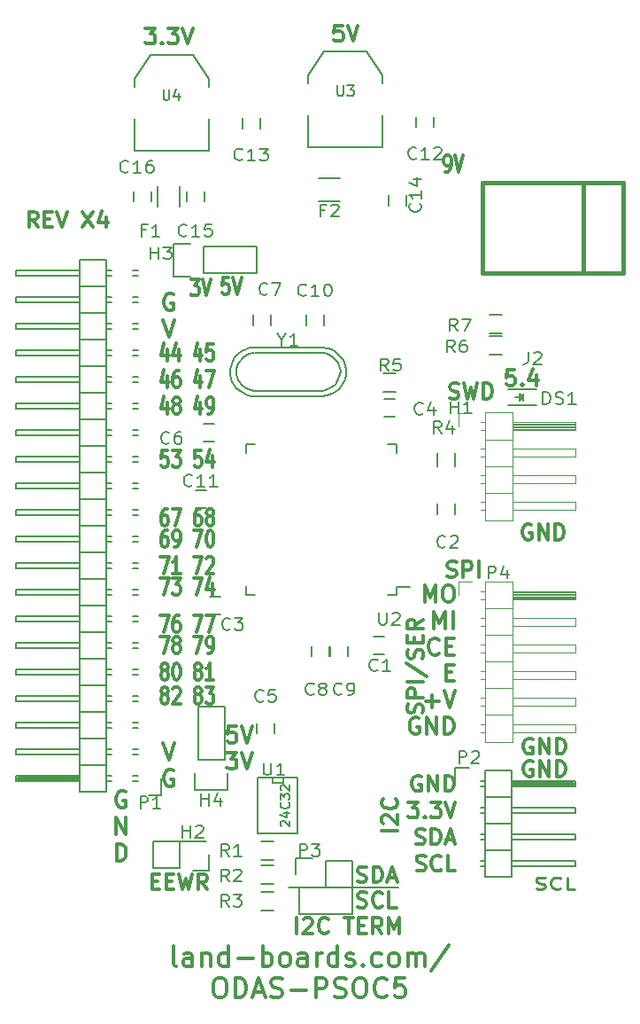
<source format=gbr>
G04 #@! TF.FileFunction,Legend,Top*
%FSLAX46Y46*%
G04 Gerber Fmt 4.6, Leading zero omitted, Abs format (unit mm)*
G04 Created by KiCad (PCBNEW (after 2015-mar-04 BZR unknown)-product) date 6/26/2017 3:25:17 PM*
%MOMM*%
G01*
G04 APERTURE LIST*
%ADD10C,0.100000*%
%ADD11C,0.300000*%
%ADD12C,0.200000*%
%ADD13C,0.285750*%
%ADD14C,0.349250*%
%ADD15C,0.150000*%
%ADD16C,0.127000*%
%ADD17C,0.381000*%
%ADD18C,0.120000*%
%ADD19C,0.190500*%
%ADD20C,0.152400*%
G04 APERTURE END LIST*
D10*
D11*
X49629143Y-76270286D02*
X49700571Y-76056000D01*
X49700571Y-75698857D01*
X49629143Y-75556000D01*
X49557714Y-75484571D01*
X49414857Y-75413143D01*
X49272000Y-75413143D01*
X49129143Y-75484571D01*
X49057714Y-75556000D01*
X48986286Y-75698857D01*
X48914857Y-75984571D01*
X48843429Y-76127429D01*
X48772000Y-76198857D01*
X48629143Y-76270286D01*
X48486286Y-76270286D01*
X48343429Y-76198857D01*
X48272000Y-76127429D01*
X48200571Y-75984571D01*
X48200571Y-75627429D01*
X48272000Y-75413143D01*
X49700571Y-74770286D02*
X48200571Y-74770286D01*
X48200571Y-74198858D01*
X48272000Y-74056000D01*
X48343429Y-73984572D01*
X48486286Y-73913143D01*
X48700571Y-73913143D01*
X48843429Y-73984572D01*
X48914857Y-74056000D01*
X48986286Y-74198858D01*
X48986286Y-74770286D01*
X49700571Y-73270286D02*
X48200571Y-73270286D01*
X48129143Y-71484572D02*
X50057714Y-72770286D01*
X49629143Y-71056000D02*
X49700571Y-70841714D01*
X49700571Y-70484571D01*
X49629143Y-70341714D01*
X49557714Y-70270285D01*
X49414857Y-70198857D01*
X49272000Y-70198857D01*
X49129143Y-70270285D01*
X49057714Y-70341714D01*
X48986286Y-70484571D01*
X48914857Y-70770285D01*
X48843429Y-70913143D01*
X48772000Y-70984571D01*
X48629143Y-71056000D01*
X48486286Y-71056000D01*
X48343429Y-70984571D01*
X48272000Y-70913143D01*
X48200571Y-70770285D01*
X48200571Y-70413143D01*
X48272000Y-70198857D01*
X48914857Y-69556000D02*
X48914857Y-69056000D01*
X49700571Y-68841714D02*
X49700571Y-69556000D01*
X48200571Y-69556000D01*
X48200571Y-68841714D01*
X49700571Y-67341714D02*
X48986286Y-67841714D01*
X49700571Y-68198857D02*
X48200571Y-68198857D01*
X48200571Y-67627429D01*
X48272000Y-67484571D01*
X48343429Y-67413143D01*
X48486286Y-67341714D01*
X48700571Y-67341714D01*
X48843429Y-67413143D01*
X48914857Y-67484571D01*
X48986286Y-67627429D01*
X48986286Y-68198857D01*
X47287571Y-87486714D02*
X45787571Y-87486714D01*
X45930429Y-86843857D02*
X45859000Y-86772428D01*
X45787571Y-86629571D01*
X45787571Y-86272428D01*
X45859000Y-86129571D01*
X45930429Y-86058142D01*
X46073286Y-85986714D01*
X46216143Y-85986714D01*
X46430429Y-86058142D01*
X47287571Y-86915285D01*
X47287571Y-85986714D01*
X47144714Y-84486714D02*
X47216143Y-84558143D01*
X47287571Y-84772429D01*
X47287571Y-84915286D01*
X47216143Y-85129571D01*
X47073286Y-85272429D01*
X46930429Y-85343857D01*
X46644714Y-85415286D01*
X46430429Y-85415286D01*
X46144714Y-85343857D01*
X46001857Y-85272429D01*
X45859000Y-85129571D01*
X45787571Y-84915286D01*
X45787571Y-84772429D01*
X45859000Y-84558143D01*
X45930429Y-84486714D01*
D12*
X43688000Y-92964000D02*
X47371000Y-92964000D01*
D13*
X60531857Y-93045643D02*
X60746143Y-93100071D01*
X61103286Y-93100071D01*
X61246143Y-93045643D01*
X61317572Y-92991214D01*
X61389000Y-92882357D01*
X61389000Y-92773500D01*
X61317572Y-92664643D01*
X61246143Y-92610214D01*
X61103286Y-92555786D01*
X60817572Y-92501357D01*
X60674714Y-92446929D01*
X60603286Y-92392500D01*
X60531857Y-92283643D01*
X60531857Y-92174786D01*
X60603286Y-92065929D01*
X60674714Y-92011500D01*
X60817572Y-91957071D01*
X61174714Y-91957071D01*
X61389000Y-92011500D01*
X62889000Y-92991214D02*
X62817571Y-93045643D01*
X62603285Y-93100071D01*
X62460428Y-93100071D01*
X62246143Y-93045643D01*
X62103285Y-92936786D01*
X62031857Y-92827929D01*
X61960428Y-92610214D01*
X61960428Y-92446929D01*
X62031857Y-92229214D01*
X62103285Y-92120357D01*
X62246143Y-92011500D01*
X62460428Y-91957071D01*
X62603285Y-91957071D01*
X62817571Y-92011500D01*
X62889000Y-92065929D01*
X64246143Y-93100071D02*
X63531857Y-93100071D01*
X63531857Y-91957071D01*
D11*
X60198428Y-80911000D02*
X60055571Y-80839571D01*
X59841285Y-80839571D01*
X59627000Y-80911000D01*
X59484142Y-81053857D01*
X59412714Y-81196714D01*
X59341285Y-81482429D01*
X59341285Y-81696714D01*
X59412714Y-81982429D01*
X59484142Y-82125286D01*
X59627000Y-82268143D01*
X59841285Y-82339571D01*
X59984142Y-82339571D01*
X60198428Y-82268143D01*
X60269857Y-82196714D01*
X60269857Y-81696714D01*
X59984142Y-81696714D01*
X60912714Y-82339571D02*
X60912714Y-80839571D01*
X61769857Y-82339571D01*
X61769857Y-80839571D01*
X62484143Y-82339571D02*
X62484143Y-80839571D01*
X62841286Y-80839571D01*
X63055571Y-80911000D01*
X63198429Y-81053857D01*
X63269857Y-81196714D01*
X63341286Y-81482429D01*
X63341286Y-81696714D01*
X63269857Y-81982429D01*
X63198429Y-82125286D01*
X63055571Y-82268143D01*
X62841286Y-82339571D01*
X62484143Y-82339571D01*
X60198428Y-78752000D02*
X60055571Y-78680571D01*
X59841285Y-78680571D01*
X59627000Y-78752000D01*
X59484142Y-78894857D01*
X59412714Y-79037714D01*
X59341285Y-79323429D01*
X59341285Y-79537714D01*
X59412714Y-79823429D01*
X59484142Y-79966286D01*
X59627000Y-80109143D01*
X59841285Y-80180571D01*
X59984142Y-80180571D01*
X60198428Y-80109143D01*
X60269857Y-80037714D01*
X60269857Y-79537714D01*
X59984142Y-79537714D01*
X60912714Y-80180571D02*
X60912714Y-78680571D01*
X61769857Y-80180571D01*
X61769857Y-78680571D01*
X62484143Y-80180571D02*
X62484143Y-78680571D01*
X62841286Y-78680571D01*
X63055571Y-78752000D01*
X63198429Y-78894857D01*
X63269857Y-79037714D01*
X63341286Y-79323429D01*
X63341286Y-79537714D01*
X63269857Y-79823429D01*
X63198429Y-79966286D01*
X63055571Y-80109143D01*
X62841286Y-80180571D01*
X62484143Y-80180571D01*
X58475429Y-43501571D02*
X57761143Y-43501571D01*
X57689714Y-44215857D01*
X57761143Y-44144429D01*
X57904000Y-44073000D01*
X58261143Y-44073000D01*
X58404000Y-44144429D01*
X58475429Y-44215857D01*
X58546857Y-44358714D01*
X58546857Y-44715857D01*
X58475429Y-44858714D01*
X58404000Y-44930143D01*
X58261143Y-45001571D01*
X57904000Y-45001571D01*
X57761143Y-44930143D01*
X57689714Y-44858714D01*
X59189714Y-44858714D02*
X59261142Y-44930143D01*
X59189714Y-45001571D01*
X59118285Y-44930143D01*
X59189714Y-44858714D01*
X59189714Y-45001571D01*
X60546857Y-44001571D02*
X60546857Y-45001571D01*
X60189714Y-43430143D02*
X59832571Y-44501571D01*
X60761143Y-44501571D01*
X52284857Y-46200143D02*
X52499143Y-46271571D01*
X52856286Y-46271571D01*
X52999143Y-46200143D01*
X53070572Y-46128714D01*
X53142000Y-45985857D01*
X53142000Y-45843000D01*
X53070572Y-45700143D01*
X52999143Y-45628714D01*
X52856286Y-45557286D01*
X52570572Y-45485857D01*
X52427714Y-45414429D01*
X52356286Y-45343000D01*
X52284857Y-45200143D01*
X52284857Y-45057286D01*
X52356286Y-44914429D01*
X52427714Y-44843000D01*
X52570572Y-44771571D01*
X52927714Y-44771571D01*
X53142000Y-44843000D01*
X53642000Y-44771571D02*
X53999143Y-46271571D01*
X54284857Y-45200143D01*
X54570571Y-46271571D01*
X54927714Y-44771571D01*
X55499143Y-46271571D02*
X55499143Y-44771571D01*
X55856286Y-44771571D01*
X56070571Y-44843000D01*
X56213429Y-44985857D01*
X56284857Y-45128714D01*
X56356286Y-45414429D01*
X56356286Y-45628714D01*
X56284857Y-45914429D01*
X56213429Y-46057286D01*
X56070571Y-46200143D01*
X55856286Y-46271571D01*
X55499143Y-46271571D01*
X60071428Y-58305000D02*
X59928571Y-58233571D01*
X59714285Y-58233571D01*
X59500000Y-58305000D01*
X59357142Y-58447857D01*
X59285714Y-58590714D01*
X59214285Y-58876429D01*
X59214285Y-59090714D01*
X59285714Y-59376429D01*
X59357142Y-59519286D01*
X59500000Y-59662143D01*
X59714285Y-59733571D01*
X59857142Y-59733571D01*
X60071428Y-59662143D01*
X60142857Y-59590714D01*
X60142857Y-59090714D01*
X59857142Y-59090714D01*
X60785714Y-59733571D02*
X60785714Y-58233571D01*
X61642857Y-59733571D01*
X61642857Y-58233571D01*
X62357143Y-59733571D02*
X62357143Y-58233571D01*
X62714286Y-58233571D01*
X62928571Y-58305000D01*
X63071429Y-58447857D01*
X63142857Y-58590714D01*
X63214286Y-58876429D01*
X63214286Y-59090714D01*
X63142857Y-59376429D01*
X63071429Y-59519286D01*
X62928571Y-59662143D01*
X62714286Y-59733571D01*
X62357143Y-59733571D01*
X49530428Y-82308000D02*
X49387571Y-82236571D01*
X49173285Y-82236571D01*
X48959000Y-82308000D01*
X48816142Y-82450857D01*
X48744714Y-82593714D01*
X48673285Y-82879429D01*
X48673285Y-83093714D01*
X48744714Y-83379429D01*
X48816142Y-83522286D01*
X48959000Y-83665143D01*
X49173285Y-83736571D01*
X49316142Y-83736571D01*
X49530428Y-83665143D01*
X49601857Y-83593714D01*
X49601857Y-83093714D01*
X49316142Y-83093714D01*
X50244714Y-83736571D02*
X50244714Y-82236571D01*
X51101857Y-83736571D01*
X51101857Y-82236571D01*
X51816143Y-83736571D02*
X51816143Y-82236571D01*
X52173286Y-82236571D01*
X52387571Y-82308000D01*
X52530429Y-82450857D01*
X52601857Y-82593714D01*
X52673286Y-82879429D01*
X52673286Y-83093714D01*
X52601857Y-83379429D01*
X52530429Y-83522286D01*
X52387571Y-83665143D01*
X52173286Y-83736571D01*
X51816143Y-83736571D01*
X48316144Y-84776571D02*
X49244715Y-84776571D01*
X48744715Y-85348000D01*
X48959001Y-85348000D01*
X49101858Y-85419429D01*
X49173287Y-85490857D01*
X49244715Y-85633714D01*
X49244715Y-85990857D01*
X49173287Y-86133714D01*
X49101858Y-86205143D01*
X48959001Y-86276571D01*
X48530429Y-86276571D01*
X48387572Y-86205143D01*
X48316144Y-86133714D01*
X49887572Y-86133714D02*
X49959000Y-86205143D01*
X49887572Y-86276571D01*
X49816143Y-86205143D01*
X49887572Y-86133714D01*
X49887572Y-86276571D01*
X50459001Y-84776571D02*
X51387572Y-84776571D01*
X50887572Y-85348000D01*
X51101858Y-85348000D01*
X51244715Y-85419429D01*
X51316144Y-85490857D01*
X51387572Y-85633714D01*
X51387572Y-85990857D01*
X51316144Y-86133714D01*
X51244715Y-86205143D01*
X51101858Y-86276571D01*
X50673286Y-86276571D01*
X50530429Y-86205143D01*
X50459001Y-86133714D01*
X51816143Y-84776571D02*
X52316143Y-86276571D01*
X52816143Y-84776571D01*
X49030429Y-88745143D02*
X49244715Y-88816571D01*
X49601858Y-88816571D01*
X49744715Y-88745143D01*
X49816144Y-88673714D01*
X49887572Y-88530857D01*
X49887572Y-88388000D01*
X49816144Y-88245143D01*
X49744715Y-88173714D01*
X49601858Y-88102286D01*
X49316144Y-88030857D01*
X49173286Y-87959429D01*
X49101858Y-87888000D01*
X49030429Y-87745143D01*
X49030429Y-87602286D01*
X49101858Y-87459429D01*
X49173286Y-87388000D01*
X49316144Y-87316571D01*
X49673286Y-87316571D01*
X49887572Y-87388000D01*
X50530429Y-88816571D02*
X50530429Y-87316571D01*
X50887572Y-87316571D01*
X51101857Y-87388000D01*
X51244715Y-87530857D01*
X51316143Y-87673714D01*
X51387572Y-87959429D01*
X51387572Y-88173714D01*
X51316143Y-88459429D01*
X51244715Y-88602286D01*
X51101857Y-88745143D01*
X50887572Y-88816571D01*
X50530429Y-88816571D01*
X51959000Y-88388000D02*
X52673286Y-88388000D01*
X51816143Y-88816571D02*
X52316143Y-87316571D01*
X52816143Y-88816571D01*
X43465714Y-92371143D02*
X43680000Y-92442571D01*
X44037143Y-92442571D01*
X44180000Y-92371143D01*
X44251429Y-92299714D01*
X44322857Y-92156857D01*
X44322857Y-92014000D01*
X44251429Y-91871143D01*
X44180000Y-91799714D01*
X44037143Y-91728286D01*
X43751429Y-91656857D01*
X43608571Y-91585429D01*
X43537143Y-91514000D01*
X43465714Y-91371143D01*
X43465714Y-91228286D01*
X43537143Y-91085429D01*
X43608571Y-91014000D01*
X43751429Y-90942571D01*
X44108571Y-90942571D01*
X44322857Y-91014000D01*
X44965714Y-92442571D02*
X44965714Y-90942571D01*
X45322857Y-90942571D01*
X45537142Y-91014000D01*
X45680000Y-91156857D01*
X45751428Y-91299714D01*
X45822857Y-91585429D01*
X45822857Y-91799714D01*
X45751428Y-92085429D01*
X45680000Y-92228286D01*
X45537142Y-92371143D01*
X45322857Y-92442571D01*
X44965714Y-92442571D01*
X46394285Y-92014000D02*
X47108571Y-92014000D01*
X46251428Y-92442571D02*
X46751428Y-90942571D01*
X47251428Y-92442571D01*
X43465714Y-94771143D02*
X43680000Y-94842571D01*
X44037143Y-94842571D01*
X44180000Y-94771143D01*
X44251429Y-94699714D01*
X44322857Y-94556857D01*
X44322857Y-94414000D01*
X44251429Y-94271143D01*
X44180000Y-94199714D01*
X44037143Y-94128286D01*
X43751429Y-94056857D01*
X43608571Y-93985429D01*
X43537143Y-93914000D01*
X43465714Y-93771143D01*
X43465714Y-93628286D01*
X43537143Y-93485429D01*
X43608571Y-93414000D01*
X43751429Y-93342571D01*
X44108571Y-93342571D01*
X44322857Y-93414000D01*
X45822857Y-94699714D02*
X45751428Y-94771143D01*
X45537142Y-94842571D01*
X45394285Y-94842571D01*
X45180000Y-94771143D01*
X45037142Y-94628286D01*
X44965714Y-94485429D01*
X44894285Y-94199714D01*
X44894285Y-93985429D01*
X44965714Y-93699714D01*
X45037142Y-93556857D01*
X45180000Y-93414000D01*
X45394285Y-93342571D01*
X45537142Y-93342571D01*
X45751428Y-93414000D01*
X45822857Y-93485429D01*
X47180000Y-94842571D02*
X46465714Y-94842571D01*
X46465714Y-93342571D01*
X51835143Y-24594155D02*
X52063715Y-24594155D01*
X52178000Y-24518560D01*
X52235143Y-24442964D01*
X52349429Y-24216179D01*
X52406572Y-23913798D01*
X52406572Y-23309036D01*
X52349429Y-23157845D01*
X52292286Y-23082250D01*
X52178000Y-23006655D01*
X51949429Y-23006655D01*
X51835143Y-23082250D01*
X51778000Y-23157845D01*
X51720857Y-23309036D01*
X51720857Y-23687012D01*
X51778000Y-23838202D01*
X51835143Y-23913798D01*
X51949429Y-23989393D01*
X52178000Y-23989393D01*
X52292286Y-23913798D01*
X52349429Y-23838202D01*
X52406572Y-23687012D01*
X52749429Y-23006655D02*
X53149429Y-24594155D01*
X53549429Y-23006655D01*
X27533715Y-34817655D02*
X28276572Y-34817655D01*
X27876572Y-35422417D01*
X28048000Y-35422417D01*
X28162286Y-35498012D01*
X28219429Y-35573607D01*
X28276572Y-35724798D01*
X28276572Y-36102774D01*
X28219429Y-36253964D01*
X28162286Y-36329560D01*
X28048000Y-36405155D01*
X27705143Y-36405155D01*
X27590857Y-36329560D01*
X27533715Y-36253964D01*
X28619429Y-34817655D02*
X29019429Y-36405155D01*
X29419429Y-34817655D01*
X31140429Y-34690655D02*
X30569000Y-34690655D01*
X30511857Y-35446607D01*
X30569000Y-35371012D01*
X30683286Y-35295417D01*
X30969000Y-35295417D01*
X31083286Y-35371012D01*
X31140429Y-35446607D01*
X31197572Y-35597798D01*
X31197572Y-35975774D01*
X31140429Y-36126964D01*
X31083286Y-36202560D01*
X30969000Y-36278155D01*
X30683286Y-36278155D01*
X30569000Y-36202560D01*
X30511857Y-36126964D01*
X31540429Y-34690655D02*
X31940429Y-36278155D01*
X32340429Y-34690655D01*
X21243774Y-83805750D02*
X21092583Y-83730155D01*
X20865798Y-83730155D01*
X20639012Y-83805750D01*
X20487821Y-83956940D01*
X20412226Y-84108131D01*
X20336631Y-84410512D01*
X20336631Y-84637298D01*
X20412226Y-84939679D01*
X20487821Y-85090869D01*
X20639012Y-85242060D01*
X20865798Y-85317655D01*
X21016988Y-85317655D01*
X21243774Y-85242060D01*
X21319369Y-85166464D01*
X21319369Y-84637298D01*
X21016988Y-84637298D01*
X20374429Y-87840155D02*
X20374429Y-86252655D01*
X21281572Y-87840155D01*
X21281572Y-86252655D01*
X20412226Y-90362655D02*
X20412226Y-88775155D01*
X20790202Y-88775155D01*
X21016988Y-88850750D01*
X21168179Y-89001940D01*
X21243774Y-89153131D01*
X21319369Y-89455512D01*
X21319369Y-89682298D01*
X21243774Y-89984679D01*
X21168179Y-90135869D01*
X21016988Y-90287060D01*
X20790202Y-90362655D01*
X20412226Y-90362655D01*
X31828620Y-77498405D02*
X31072667Y-77498405D01*
X30997072Y-78254357D01*
X31072667Y-78178762D01*
X31223858Y-78103167D01*
X31601834Y-78103167D01*
X31753024Y-78178762D01*
X31828620Y-78254357D01*
X31904215Y-78405548D01*
X31904215Y-78783524D01*
X31828620Y-78934714D01*
X31753024Y-79010310D01*
X31601834Y-79085905D01*
X31223858Y-79085905D01*
X31072667Y-79010310D01*
X30997072Y-78934714D01*
X32357786Y-77498405D02*
X32886953Y-79085905D01*
X33416120Y-77498405D01*
X30921477Y-80020905D02*
X31904215Y-80020905D01*
X31375048Y-80625667D01*
X31601834Y-80625667D01*
X31753024Y-80701262D01*
X31828620Y-80776857D01*
X31904215Y-80928048D01*
X31904215Y-81306024D01*
X31828620Y-81457214D01*
X31753024Y-81532810D01*
X31601834Y-81608405D01*
X31148262Y-81608405D01*
X30997072Y-81532810D01*
X30921477Y-81457214D01*
X32357786Y-80020905D02*
X32886953Y-81608405D01*
X33416120Y-80020905D01*
X24892286Y-74487012D02*
X24778000Y-74411417D01*
X24720857Y-74335821D01*
X24663714Y-74184631D01*
X24663714Y-74109036D01*
X24720857Y-73957845D01*
X24778000Y-73882250D01*
X24892286Y-73806655D01*
X25120857Y-73806655D01*
X25235143Y-73882250D01*
X25292286Y-73957845D01*
X25349429Y-74109036D01*
X25349429Y-74184631D01*
X25292286Y-74335821D01*
X25235143Y-74411417D01*
X25120857Y-74487012D01*
X24892286Y-74487012D01*
X24778000Y-74562607D01*
X24720857Y-74638202D01*
X24663714Y-74789393D01*
X24663714Y-75091774D01*
X24720857Y-75242964D01*
X24778000Y-75318560D01*
X24892286Y-75394155D01*
X25120857Y-75394155D01*
X25235143Y-75318560D01*
X25292286Y-75242964D01*
X25349429Y-75091774D01*
X25349429Y-74789393D01*
X25292286Y-74638202D01*
X25235143Y-74562607D01*
X25120857Y-74487012D01*
X25806571Y-73957845D02*
X25863714Y-73882250D01*
X25978000Y-73806655D01*
X26263714Y-73806655D01*
X26378000Y-73882250D01*
X26435143Y-73957845D01*
X26492286Y-74109036D01*
X26492286Y-74260226D01*
X26435143Y-74487012D01*
X25749429Y-75394155D01*
X26492286Y-75394155D01*
X28092286Y-74487012D02*
X27978000Y-74411417D01*
X27920857Y-74335821D01*
X27863714Y-74184631D01*
X27863714Y-74109036D01*
X27920857Y-73957845D01*
X27978000Y-73882250D01*
X28092286Y-73806655D01*
X28320857Y-73806655D01*
X28435143Y-73882250D01*
X28492286Y-73957845D01*
X28549429Y-74109036D01*
X28549429Y-74184631D01*
X28492286Y-74335821D01*
X28435143Y-74411417D01*
X28320857Y-74487012D01*
X28092286Y-74487012D01*
X27978000Y-74562607D01*
X27920857Y-74638202D01*
X27863714Y-74789393D01*
X27863714Y-75091774D01*
X27920857Y-75242964D01*
X27978000Y-75318560D01*
X28092286Y-75394155D01*
X28320857Y-75394155D01*
X28435143Y-75318560D01*
X28492286Y-75242964D01*
X28549429Y-75091774D01*
X28549429Y-74789393D01*
X28492286Y-74638202D01*
X28435143Y-74562607D01*
X28320857Y-74487012D01*
X28949429Y-73806655D02*
X29692286Y-73806655D01*
X29292286Y-74411417D01*
X29463714Y-74411417D01*
X29578000Y-74487012D01*
X29635143Y-74562607D01*
X29692286Y-74713798D01*
X29692286Y-75091774D01*
X29635143Y-75242964D01*
X29578000Y-75318560D01*
X29463714Y-75394155D01*
X29120857Y-75394155D01*
X29006571Y-75318560D01*
X28949429Y-75242964D01*
X24892286Y-72201012D02*
X24778000Y-72125417D01*
X24720857Y-72049821D01*
X24663714Y-71898631D01*
X24663714Y-71823036D01*
X24720857Y-71671845D01*
X24778000Y-71596250D01*
X24892286Y-71520655D01*
X25120857Y-71520655D01*
X25235143Y-71596250D01*
X25292286Y-71671845D01*
X25349429Y-71823036D01*
X25349429Y-71898631D01*
X25292286Y-72049821D01*
X25235143Y-72125417D01*
X25120857Y-72201012D01*
X24892286Y-72201012D01*
X24778000Y-72276607D01*
X24720857Y-72352202D01*
X24663714Y-72503393D01*
X24663714Y-72805774D01*
X24720857Y-72956964D01*
X24778000Y-73032560D01*
X24892286Y-73108155D01*
X25120857Y-73108155D01*
X25235143Y-73032560D01*
X25292286Y-72956964D01*
X25349429Y-72805774D01*
X25349429Y-72503393D01*
X25292286Y-72352202D01*
X25235143Y-72276607D01*
X25120857Y-72201012D01*
X26092286Y-71520655D02*
X26206571Y-71520655D01*
X26320857Y-71596250D01*
X26378000Y-71671845D01*
X26435143Y-71823036D01*
X26492286Y-72125417D01*
X26492286Y-72503393D01*
X26435143Y-72805774D01*
X26378000Y-72956964D01*
X26320857Y-73032560D01*
X26206571Y-73108155D01*
X26092286Y-73108155D01*
X25978000Y-73032560D01*
X25920857Y-72956964D01*
X25863714Y-72805774D01*
X25806571Y-72503393D01*
X25806571Y-72125417D01*
X25863714Y-71823036D01*
X25920857Y-71671845D01*
X25978000Y-71596250D01*
X26092286Y-71520655D01*
X28092286Y-72201012D02*
X27978000Y-72125417D01*
X27920857Y-72049821D01*
X27863714Y-71898631D01*
X27863714Y-71823036D01*
X27920857Y-71671845D01*
X27978000Y-71596250D01*
X28092286Y-71520655D01*
X28320857Y-71520655D01*
X28435143Y-71596250D01*
X28492286Y-71671845D01*
X28549429Y-71823036D01*
X28549429Y-71898631D01*
X28492286Y-72049821D01*
X28435143Y-72125417D01*
X28320857Y-72201012D01*
X28092286Y-72201012D01*
X27978000Y-72276607D01*
X27920857Y-72352202D01*
X27863714Y-72503393D01*
X27863714Y-72805774D01*
X27920857Y-72956964D01*
X27978000Y-73032560D01*
X28092286Y-73108155D01*
X28320857Y-73108155D01*
X28435143Y-73032560D01*
X28492286Y-72956964D01*
X28549429Y-72805774D01*
X28549429Y-72503393D01*
X28492286Y-72352202D01*
X28435143Y-72276607D01*
X28320857Y-72201012D01*
X29692286Y-73108155D02*
X29006571Y-73108155D01*
X29349429Y-73108155D02*
X29349429Y-71520655D01*
X29235143Y-71747440D01*
X29120857Y-71898631D01*
X29006571Y-71974226D01*
X24606572Y-68980655D02*
X25406572Y-68980655D01*
X24892286Y-70568155D01*
X26035143Y-69661012D02*
X25920857Y-69585417D01*
X25863714Y-69509821D01*
X25806571Y-69358631D01*
X25806571Y-69283036D01*
X25863714Y-69131845D01*
X25920857Y-69056250D01*
X26035143Y-68980655D01*
X26263714Y-68980655D01*
X26378000Y-69056250D01*
X26435143Y-69131845D01*
X26492286Y-69283036D01*
X26492286Y-69358631D01*
X26435143Y-69509821D01*
X26378000Y-69585417D01*
X26263714Y-69661012D01*
X26035143Y-69661012D01*
X25920857Y-69736607D01*
X25863714Y-69812202D01*
X25806571Y-69963393D01*
X25806571Y-70265774D01*
X25863714Y-70416964D01*
X25920857Y-70492560D01*
X26035143Y-70568155D01*
X26263714Y-70568155D01*
X26378000Y-70492560D01*
X26435143Y-70416964D01*
X26492286Y-70265774D01*
X26492286Y-69963393D01*
X26435143Y-69812202D01*
X26378000Y-69736607D01*
X26263714Y-69661012D01*
X27806572Y-68980655D02*
X28606572Y-68980655D01*
X28092286Y-70568155D01*
X29120857Y-70568155D02*
X29349429Y-70568155D01*
X29463714Y-70492560D01*
X29520857Y-70416964D01*
X29635143Y-70190179D01*
X29692286Y-69887798D01*
X29692286Y-69283036D01*
X29635143Y-69131845D01*
X29578000Y-69056250D01*
X29463714Y-68980655D01*
X29235143Y-68980655D01*
X29120857Y-69056250D01*
X29063714Y-69131845D01*
X29006571Y-69283036D01*
X29006571Y-69661012D01*
X29063714Y-69812202D01*
X29120857Y-69887798D01*
X29235143Y-69963393D01*
X29463714Y-69963393D01*
X29578000Y-69887798D01*
X29635143Y-69812202D01*
X29692286Y-69661012D01*
X24606572Y-66948655D02*
X25406572Y-66948655D01*
X24892286Y-68536155D01*
X26378000Y-66948655D02*
X26149429Y-66948655D01*
X26035143Y-67024250D01*
X25978000Y-67099845D01*
X25863714Y-67326631D01*
X25806571Y-67629012D01*
X25806571Y-68233774D01*
X25863714Y-68384964D01*
X25920857Y-68460560D01*
X26035143Y-68536155D01*
X26263714Y-68536155D01*
X26378000Y-68460560D01*
X26435143Y-68384964D01*
X26492286Y-68233774D01*
X26492286Y-67855798D01*
X26435143Y-67704607D01*
X26378000Y-67629012D01*
X26263714Y-67553417D01*
X26035143Y-67553417D01*
X25920857Y-67629012D01*
X25863714Y-67704607D01*
X25806571Y-67855798D01*
X27806572Y-66948655D02*
X28606572Y-66948655D01*
X28092286Y-68536155D01*
X28949429Y-66948655D02*
X29749429Y-66948655D01*
X29235143Y-68536155D01*
X24606572Y-63392655D02*
X25406572Y-63392655D01*
X24892286Y-64980155D01*
X25749429Y-63392655D02*
X26492286Y-63392655D01*
X26092286Y-63997417D01*
X26263714Y-63997417D01*
X26378000Y-64073012D01*
X26435143Y-64148607D01*
X26492286Y-64299798D01*
X26492286Y-64677774D01*
X26435143Y-64828964D01*
X26378000Y-64904560D01*
X26263714Y-64980155D01*
X25920857Y-64980155D01*
X25806571Y-64904560D01*
X25749429Y-64828964D01*
X27806572Y-63392655D02*
X28606572Y-63392655D01*
X28092286Y-64980155D01*
X29578000Y-63921821D02*
X29578000Y-64980155D01*
X29292286Y-63317060D02*
X29006571Y-64450988D01*
X29749429Y-64450988D01*
X24606572Y-61360655D02*
X25406572Y-61360655D01*
X24892286Y-62948155D01*
X26492286Y-62948155D02*
X25806571Y-62948155D01*
X26149429Y-62948155D02*
X26149429Y-61360655D01*
X26035143Y-61587440D01*
X25920857Y-61738631D01*
X25806571Y-61814226D01*
X27806572Y-61360655D02*
X28606572Y-61360655D01*
X28092286Y-62948155D01*
X29006571Y-61511845D02*
X29063714Y-61436250D01*
X29178000Y-61360655D01*
X29463714Y-61360655D01*
X29578000Y-61436250D01*
X29635143Y-61511845D01*
X29692286Y-61663036D01*
X29692286Y-61814226D01*
X29635143Y-62041012D01*
X28949429Y-62948155D01*
X29692286Y-62948155D01*
X25235143Y-58820655D02*
X25006572Y-58820655D01*
X24892286Y-58896250D01*
X24835143Y-58971845D01*
X24720857Y-59198631D01*
X24663714Y-59501012D01*
X24663714Y-60105774D01*
X24720857Y-60256964D01*
X24778000Y-60332560D01*
X24892286Y-60408155D01*
X25120857Y-60408155D01*
X25235143Y-60332560D01*
X25292286Y-60256964D01*
X25349429Y-60105774D01*
X25349429Y-59727798D01*
X25292286Y-59576607D01*
X25235143Y-59501012D01*
X25120857Y-59425417D01*
X24892286Y-59425417D01*
X24778000Y-59501012D01*
X24720857Y-59576607D01*
X24663714Y-59727798D01*
X25920857Y-60408155D02*
X26149429Y-60408155D01*
X26263714Y-60332560D01*
X26320857Y-60256964D01*
X26435143Y-60030179D01*
X26492286Y-59727798D01*
X26492286Y-59123036D01*
X26435143Y-58971845D01*
X26378000Y-58896250D01*
X26263714Y-58820655D01*
X26035143Y-58820655D01*
X25920857Y-58896250D01*
X25863714Y-58971845D01*
X25806571Y-59123036D01*
X25806571Y-59501012D01*
X25863714Y-59652202D01*
X25920857Y-59727798D01*
X26035143Y-59803393D01*
X26263714Y-59803393D01*
X26378000Y-59727798D01*
X26435143Y-59652202D01*
X26492286Y-59501012D01*
X27806572Y-58820655D02*
X28606572Y-58820655D01*
X28092286Y-60408155D01*
X29292286Y-58820655D02*
X29406571Y-58820655D01*
X29520857Y-58896250D01*
X29578000Y-58971845D01*
X29635143Y-59123036D01*
X29692286Y-59425417D01*
X29692286Y-59803393D01*
X29635143Y-60105774D01*
X29578000Y-60256964D01*
X29520857Y-60332560D01*
X29406571Y-60408155D01*
X29292286Y-60408155D01*
X29178000Y-60332560D01*
X29120857Y-60256964D01*
X29063714Y-60105774D01*
X29006571Y-59803393D01*
X29006571Y-59425417D01*
X29063714Y-59123036D01*
X29120857Y-58971845D01*
X29178000Y-58896250D01*
X29292286Y-58820655D01*
X25235143Y-56788655D02*
X25006572Y-56788655D01*
X24892286Y-56864250D01*
X24835143Y-56939845D01*
X24720857Y-57166631D01*
X24663714Y-57469012D01*
X24663714Y-58073774D01*
X24720857Y-58224964D01*
X24778000Y-58300560D01*
X24892286Y-58376155D01*
X25120857Y-58376155D01*
X25235143Y-58300560D01*
X25292286Y-58224964D01*
X25349429Y-58073774D01*
X25349429Y-57695798D01*
X25292286Y-57544607D01*
X25235143Y-57469012D01*
X25120857Y-57393417D01*
X24892286Y-57393417D01*
X24778000Y-57469012D01*
X24720857Y-57544607D01*
X24663714Y-57695798D01*
X25749429Y-56788655D02*
X26549429Y-56788655D01*
X26035143Y-58376155D01*
X28435143Y-56788655D02*
X28206572Y-56788655D01*
X28092286Y-56864250D01*
X28035143Y-56939845D01*
X27920857Y-57166631D01*
X27863714Y-57469012D01*
X27863714Y-58073774D01*
X27920857Y-58224964D01*
X27978000Y-58300560D01*
X28092286Y-58376155D01*
X28320857Y-58376155D01*
X28435143Y-58300560D01*
X28492286Y-58224964D01*
X28549429Y-58073774D01*
X28549429Y-57695798D01*
X28492286Y-57544607D01*
X28435143Y-57469012D01*
X28320857Y-57393417D01*
X28092286Y-57393417D01*
X27978000Y-57469012D01*
X27920857Y-57544607D01*
X27863714Y-57695798D01*
X29235143Y-57469012D02*
X29120857Y-57393417D01*
X29063714Y-57317821D01*
X29006571Y-57166631D01*
X29006571Y-57091036D01*
X29063714Y-56939845D01*
X29120857Y-56864250D01*
X29235143Y-56788655D01*
X29463714Y-56788655D01*
X29578000Y-56864250D01*
X29635143Y-56939845D01*
X29692286Y-57091036D01*
X29692286Y-57166631D01*
X29635143Y-57317821D01*
X29578000Y-57393417D01*
X29463714Y-57469012D01*
X29235143Y-57469012D01*
X29120857Y-57544607D01*
X29063714Y-57620202D01*
X29006571Y-57771393D01*
X29006571Y-58073774D01*
X29063714Y-58224964D01*
X29120857Y-58300560D01*
X29235143Y-58376155D01*
X29463714Y-58376155D01*
X29578000Y-58300560D01*
X29635143Y-58224964D01*
X29692286Y-58073774D01*
X29692286Y-57771393D01*
X29635143Y-57620202D01*
X29578000Y-57544607D01*
X29463714Y-57469012D01*
X25292286Y-51200655D02*
X24720857Y-51200655D01*
X24663714Y-51956607D01*
X24720857Y-51881012D01*
X24835143Y-51805417D01*
X25120857Y-51805417D01*
X25235143Y-51881012D01*
X25292286Y-51956607D01*
X25349429Y-52107798D01*
X25349429Y-52485774D01*
X25292286Y-52636964D01*
X25235143Y-52712560D01*
X25120857Y-52788155D01*
X24835143Y-52788155D01*
X24720857Y-52712560D01*
X24663714Y-52636964D01*
X25749429Y-51200655D02*
X26492286Y-51200655D01*
X26092286Y-51805417D01*
X26263714Y-51805417D01*
X26378000Y-51881012D01*
X26435143Y-51956607D01*
X26492286Y-52107798D01*
X26492286Y-52485774D01*
X26435143Y-52636964D01*
X26378000Y-52712560D01*
X26263714Y-52788155D01*
X25920857Y-52788155D01*
X25806571Y-52712560D01*
X25749429Y-52636964D01*
X28492286Y-51200655D02*
X27920857Y-51200655D01*
X27863714Y-51956607D01*
X27920857Y-51881012D01*
X28035143Y-51805417D01*
X28320857Y-51805417D01*
X28435143Y-51881012D01*
X28492286Y-51956607D01*
X28549429Y-52107798D01*
X28549429Y-52485774D01*
X28492286Y-52636964D01*
X28435143Y-52712560D01*
X28320857Y-52788155D01*
X28035143Y-52788155D01*
X27920857Y-52712560D01*
X27863714Y-52636964D01*
X29578000Y-51729821D02*
X29578000Y-52788155D01*
X29292286Y-51125060D02*
X29006571Y-52258988D01*
X29749429Y-52258988D01*
X25235143Y-46649821D02*
X25235143Y-47708155D01*
X24949429Y-46045060D02*
X24663714Y-47178988D01*
X25406572Y-47178988D01*
X26035143Y-46801012D02*
X25920857Y-46725417D01*
X25863714Y-46649821D01*
X25806571Y-46498631D01*
X25806571Y-46423036D01*
X25863714Y-46271845D01*
X25920857Y-46196250D01*
X26035143Y-46120655D01*
X26263714Y-46120655D01*
X26378000Y-46196250D01*
X26435143Y-46271845D01*
X26492286Y-46423036D01*
X26492286Y-46498631D01*
X26435143Y-46649821D01*
X26378000Y-46725417D01*
X26263714Y-46801012D01*
X26035143Y-46801012D01*
X25920857Y-46876607D01*
X25863714Y-46952202D01*
X25806571Y-47103393D01*
X25806571Y-47405774D01*
X25863714Y-47556964D01*
X25920857Y-47632560D01*
X26035143Y-47708155D01*
X26263714Y-47708155D01*
X26378000Y-47632560D01*
X26435143Y-47556964D01*
X26492286Y-47405774D01*
X26492286Y-47103393D01*
X26435143Y-46952202D01*
X26378000Y-46876607D01*
X26263714Y-46801012D01*
X28435143Y-46649821D02*
X28435143Y-47708155D01*
X28149429Y-46045060D02*
X27863714Y-47178988D01*
X28606572Y-47178988D01*
X29120857Y-47708155D02*
X29349429Y-47708155D01*
X29463714Y-47632560D01*
X29520857Y-47556964D01*
X29635143Y-47330179D01*
X29692286Y-47027798D01*
X29692286Y-46423036D01*
X29635143Y-46271845D01*
X29578000Y-46196250D01*
X29463714Y-46120655D01*
X29235143Y-46120655D01*
X29120857Y-46196250D01*
X29063714Y-46271845D01*
X29006571Y-46423036D01*
X29006571Y-46801012D01*
X29063714Y-46952202D01*
X29120857Y-47027798D01*
X29235143Y-47103393D01*
X29463714Y-47103393D01*
X29578000Y-47027798D01*
X29635143Y-46952202D01*
X29692286Y-46801012D01*
X25235143Y-44109821D02*
X25235143Y-45168155D01*
X24949429Y-43505060D02*
X24663714Y-44638988D01*
X25406572Y-44638988D01*
X26378000Y-43580655D02*
X26149429Y-43580655D01*
X26035143Y-43656250D01*
X25978000Y-43731845D01*
X25863714Y-43958631D01*
X25806571Y-44261012D01*
X25806571Y-44865774D01*
X25863714Y-45016964D01*
X25920857Y-45092560D01*
X26035143Y-45168155D01*
X26263714Y-45168155D01*
X26378000Y-45092560D01*
X26435143Y-45016964D01*
X26492286Y-44865774D01*
X26492286Y-44487798D01*
X26435143Y-44336607D01*
X26378000Y-44261012D01*
X26263714Y-44185417D01*
X26035143Y-44185417D01*
X25920857Y-44261012D01*
X25863714Y-44336607D01*
X25806571Y-44487798D01*
X28435143Y-44109821D02*
X28435143Y-45168155D01*
X28149429Y-43505060D02*
X27863714Y-44638988D01*
X28606572Y-44638988D01*
X28949429Y-43580655D02*
X29749429Y-43580655D01*
X29235143Y-45168155D01*
X25235143Y-41569821D02*
X25235143Y-42628155D01*
X24949429Y-40965060D02*
X24663714Y-42098988D01*
X25406572Y-42098988D01*
X26378000Y-41569821D02*
X26378000Y-42628155D01*
X26092286Y-40965060D02*
X25806571Y-42098988D01*
X26549429Y-42098988D01*
X28435143Y-41569821D02*
X28435143Y-42628155D01*
X28149429Y-40965060D02*
X27863714Y-42098988D01*
X28606572Y-42098988D01*
X29635143Y-41040655D02*
X29063714Y-41040655D01*
X29006571Y-41796607D01*
X29063714Y-41721012D01*
X29178000Y-41645417D01*
X29463714Y-41645417D01*
X29578000Y-41721012D01*
X29635143Y-41796607D01*
X29692286Y-41947798D01*
X29692286Y-42325774D01*
X29635143Y-42476964D01*
X29578000Y-42552560D01*
X29463714Y-42628155D01*
X29178000Y-42628155D01*
X29063714Y-42552560D01*
X29006571Y-42476964D01*
D12*
X43688000Y-92964000D02*
X36830000Y-92964000D01*
D11*
X12890858Y-29888571D02*
X12390858Y-29174286D01*
X12033715Y-29888571D02*
X12033715Y-28388571D01*
X12605143Y-28388571D01*
X12748001Y-28460000D01*
X12819429Y-28531429D01*
X12890858Y-28674286D01*
X12890858Y-28888571D01*
X12819429Y-29031429D01*
X12748001Y-29102857D01*
X12605143Y-29174286D01*
X12033715Y-29174286D01*
X13533715Y-29102857D02*
X14033715Y-29102857D01*
X14248001Y-29888571D02*
X13533715Y-29888571D01*
X13533715Y-28388571D01*
X14248001Y-28388571D01*
X14676572Y-28388571D02*
X15176572Y-29888571D01*
X15676572Y-28388571D01*
X17176572Y-28388571D02*
X18176572Y-29888571D01*
X18176572Y-28388571D02*
X17176572Y-29888571D01*
X19390857Y-28888571D02*
X19390857Y-29888571D01*
X19033714Y-28317143D02*
X18676571Y-29388571D01*
X19605143Y-29388571D01*
X23185715Y-10862571D02*
X24114286Y-10862571D01*
X23614286Y-11434000D01*
X23828572Y-11434000D01*
X23971429Y-11505429D01*
X24042858Y-11576857D01*
X24114286Y-11719714D01*
X24114286Y-12076857D01*
X24042858Y-12219714D01*
X23971429Y-12291143D01*
X23828572Y-12362571D01*
X23400000Y-12362571D01*
X23257143Y-12291143D01*
X23185715Y-12219714D01*
X24757143Y-12219714D02*
X24828571Y-12291143D01*
X24757143Y-12362571D01*
X24685714Y-12291143D01*
X24757143Y-12219714D01*
X24757143Y-12362571D01*
X25328572Y-10862571D02*
X26257143Y-10862571D01*
X25757143Y-11434000D01*
X25971429Y-11434000D01*
X26114286Y-11505429D01*
X26185715Y-11576857D01*
X26257143Y-11719714D01*
X26257143Y-12076857D01*
X26185715Y-12219714D01*
X26114286Y-12291143D01*
X25971429Y-12362571D01*
X25542857Y-12362571D01*
X25400000Y-12291143D01*
X25328572Y-12219714D01*
X26685714Y-10862571D02*
X27185714Y-12362571D01*
X27685714Y-10862571D01*
X37652143Y-97325571D02*
X37652143Y-95825571D01*
X38295000Y-95968429D02*
X38366429Y-95897000D01*
X38509286Y-95825571D01*
X38866429Y-95825571D01*
X39009286Y-95897000D01*
X39080715Y-95968429D01*
X39152143Y-96111286D01*
X39152143Y-96254143D01*
X39080715Y-96468429D01*
X38223572Y-97325571D01*
X39152143Y-97325571D01*
X40652143Y-97182714D02*
X40580714Y-97254143D01*
X40366428Y-97325571D01*
X40223571Y-97325571D01*
X40009286Y-97254143D01*
X39866428Y-97111286D01*
X39795000Y-96968429D01*
X39723571Y-96682714D01*
X39723571Y-96468429D01*
X39795000Y-96182714D01*
X39866428Y-96039857D01*
X40009286Y-95897000D01*
X40223571Y-95825571D01*
X40366428Y-95825571D01*
X40580714Y-95897000D01*
X40652143Y-95968429D01*
X42223571Y-95825571D02*
X43080714Y-95825571D01*
X42652143Y-97325571D02*
X42652143Y-95825571D01*
X43580714Y-96539857D02*
X44080714Y-96539857D01*
X44295000Y-97325571D02*
X43580714Y-97325571D01*
X43580714Y-95825571D01*
X44295000Y-95825571D01*
X45795000Y-97325571D02*
X45295000Y-96611286D01*
X44937857Y-97325571D02*
X44937857Y-95825571D01*
X45509285Y-95825571D01*
X45652143Y-95897000D01*
X45723571Y-95968429D01*
X45795000Y-96111286D01*
X45795000Y-96325571D01*
X45723571Y-96468429D01*
X45652143Y-96539857D01*
X45509285Y-96611286D01*
X44937857Y-96611286D01*
X46437857Y-97325571D02*
X46437857Y-95825571D01*
X46937857Y-96897000D01*
X47437857Y-95825571D01*
X47437857Y-97325571D01*
X25815774Y-36299000D02*
X25664583Y-36223405D01*
X25437798Y-36223405D01*
X25211012Y-36299000D01*
X25059821Y-36450190D01*
X24984226Y-36601381D01*
X24908631Y-36903762D01*
X24908631Y-37130548D01*
X24984226Y-37432929D01*
X25059821Y-37584119D01*
X25211012Y-37735310D01*
X25437798Y-37810905D01*
X25588988Y-37810905D01*
X25815774Y-37735310D01*
X25891369Y-37659714D01*
X25891369Y-37130548D01*
X25588988Y-37130548D01*
X24870833Y-38745905D02*
X25400000Y-40333405D01*
X25929167Y-38745905D01*
X52058286Y-63218143D02*
X52272572Y-63289571D01*
X52629715Y-63289571D01*
X52772572Y-63218143D01*
X52844001Y-63146714D01*
X52915429Y-63003857D01*
X52915429Y-62861000D01*
X52844001Y-62718143D01*
X52772572Y-62646714D01*
X52629715Y-62575286D01*
X52344001Y-62503857D01*
X52201143Y-62432429D01*
X52129715Y-62361000D01*
X52058286Y-62218143D01*
X52058286Y-62075286D01*
X52129715Y-61932429D01*
X52201143Y-61861000D01*
X52344001Y-61789571D01*
X52701143Y-61789571D01*
X52915429Y-61861000D01*
X53558286Y-63289571D02*
X53558286Y-61789571D01*
X54129714Y-61789571D01*
X54272572Y-61861000D01*
X54344000Y-61932429D01*
X54415429Y-62075286D01*
X54415429Y-62289571D01*
X54344000Y-62432429D01*
X54272572Y-62503857D01*
X54129714Y-62575286D01*
X53558286Y-62575286D01*
X55058286Y-63289571D02*
X55058286Y-61789571D01*
X49859595Y-65658905D02*
X49859595Y-64071405D01*
X50388762Y-65205333D01*
X50917929Y-64071405D01*
X50917929Y-65658905D01*
X51976262Y-64071405D02*
X52278643Y-64071405D01*
X52429834Y-64147000D01*
X52581024Y-64298190D01*
X52656619Y-64600571D01*
X52656619Y-65129738D01*
X52581024Y-65432119D01*
X52429834Y-65583310D01*
X52278643Y-65658905D01*
X51976262Y-65658905D01*
X51825072Y-65583310D01*
X51673881Y-65432119D01*
X51598286Y-65129738D01*
X51598286Y-64600571D01*
X51673881Y-64298190D01*
X51825072Y-64147000D01*
X51976262Y-64071405D01*
X50766738Y-68181405D02*
X50766738Y-66593905D01*
X51295905Y-67727833D01*
X51825072Y-66593905D01*
X51825072Y-68181405D01*
X52581024Y-68181405D02*
X52581024Y-66593905D01*
X51220309Y-70552714D02*
X51144714Y-70628310D01*
X50917928Y-70703905D01*
X50766738Y-70703905D01*
X50539952Y-70628310D01*
X50388761Y-70477119D01*
X50313166Y-70325929D01*
X50237571Y-70023548D01*
X50237571Y-69796762D01*
X50313166Y-69494381D01*
X50388761Y-69343190D01*
X50539952Y-69192000D01*
X50766738Y-69116405D01*
X50917928Y-69116405D01*
X51144714Y-69192000D01*
X51220309Y-69267595D01*
X51900666Y-69872357D02*
X52429833Y-69872357D01*
X52656619Y-70703905D02*
X51900666Y-70703905D01*
X51900666Y-69116405D01*
X52656619Y-69116405D01*
X51900666Y-72394857D02*
X52429833Y-72394857D01*
X52656619Y-73226405D02*
X51900666Y-73226405D01*
X51900666Y-71638905D01*
X52656619Y-71638905D01*
X50010786Y-75144143D02*
X51220310Y-75144143D01*
X50615548Y-75748905D02*
X50615548Y-74539381D01*
X51749476Y-74161405D02*
X52278643Y-75748905D01*
X52807810Y-74161405D01*
X49330429Y-76759500D02*
X49179238Y-76683905D01*
X48952453Y-76683905D01*
X48725667Y-76759500D01*
X48574476Y-76910690D01*
X48498881Y-77061881D01*
X48423286Y-77364262D01*
X48423286Y-77591048D01*
X48498881Y-77893429D01*
X48574476Y-78044619D01*
X48725667Y-78195810D01*
X48952453Y-78271405D01*
X49103643Y-78271405D01*
X49330429Y-78195810D01*
X49406024Y-78120214D01*
X49406024Y-77591048D01*
X49103643Y-77591048D01*
X50086381Y-78271405D02*
X50086381Y-76683905D01*
X50993524Y-78271405D01*
X50993524Y-76683905D01*
X51749476Y-78271405D02*
X51749476Y-76683905D01*
X52127452Y-76683905D01*
X52354238Y-76759500D01*
X52505429Y-76910690D01*
X52581024Y-77061881D01*
X52656619Y-77364262D01*
X52656619Y-77591048D01*
X52581024Y-77893429D01*
X52505429Y-78044619D01*
X52354238Y-78195810D01*
X52127452Y-78271405D01*
X51749476Y-78271405D01*
X49101857Y-91285143D02*
X49316143Y-91356571D01*
X49673286Y-91356571D01*
X49816143Y-91285143D01*
X49887572Y-91213714D01*
X49959000Y-91070857D01*
X49959000Y-90928000D01*
X49887572Y-90785143D01*
X49816143Y-90713714D01*
X49673286Y-90642286D01*
X49387572Y-90570857D01*
X49244714Y-90499429D01*
X49173286Y-90428000D01*
X49101857Y-90285143D01*
X49101857Y-90142286D01*
X49173286Y-89999429D01*
X49244714Y-89928000D01*
X49387572Y-89856571D01*
X49744714Y-89856571D01*
X49959000Y-89928000D01*
X51459000Y-91213714D02*
X51387571Y-91285143D01*
X51173285Y-91356571D01*
X51030428Y-91356571D01*
X50816143Y-91285143D01*
X50673285Y-91142286D01*
X50601857Y-90999429D01*
X50530428Y-90713714D01*
X50530428Y-90499429D01*
X50601857Y-90213714D01*
X50673285Y-90070857D01*
X50816143Y-89928000D01*
X51030428Y-89856571D01*
X51173285Y-89856571D01*
X51387571Y-89928000D01*
X51459000Y-89999429D01*
X52816143Y-91356571D02*
X52101857Y-91356571D01*
X52101857Y-89856571D01*
X23808857Y-92348857D02*
X24308857Y-92348857D01*
X24523143Y-93134571D02*
X23808857Y-93134571D01*
X23808857Y-91634571D01*
X24523143Y-91634571D01*
X25166000Y-92348857D02*
X25666000Y-92348857D01*
X25880286Y-93134571D02*
X25166000Y-93134571D01*
X25166000Y-91634571D01*
X25880286Y-91634571D01*
X26380286Y-91634571D02*
X26737429Y-93134571D01*
X27023143Y-92063143D01*
X27308857Y-93134571D01*
X27666000Y-91634571D01*
X29094572Y-93134571D02*
X28594572Y-92420286D01*
X28237429Y-93134571D02*
X28237429Y-91634571D01*
X28808857Y-91634571D01*
X28951715Y-91706000D01*
X29023143Y-91777429D01*
X29094572Y-91920286D01*
X29094572Y-92134571D01*
X29023143Y-92277429D01*
X28951715Y-92348857D01*
X28808857Y-92420286D01*
X28237429Y-92420286D01*
X24870833Y-79149405D02*
X25400000Y-80736905D01*
X25929167Y-79149405D01*
X25815774Y-81747500D02*
X25664583Y-81671905D01*
X25437798Y-81671905D01*
X25211012Y-81747500D01*
X25059821Y-81898690D01*
X24984226Y-82049881D01*
X24908631Y-82352262D01*
X24908631Y-82579048D01*
X24984226Y-82881429D01*
X25059821Y-83032619D01*
X25211012Y-83183810D01*
X25437798Y-83259405D01*
X25588988Y-83259405D01*
X25815774Y-83183810D01*
X25891369Y-83108214D01*
X25891369Y-82579048D01*
X25588988Y-82579048D01*
X42005287Y-10608571D02*
X41291001Y-10608571D01*
X41219572Y-11322857D01*
X41291001Y-11251429D01*
X41433858Y-11180000D01*
X41791001Y-11180000D01*
X41933858Y-11251429D01*
X42005287Y-11322857D01*
X42076715Y-11465714D01*
X42076715Y-11822857D01*
X42005287Y-11965714D01*
X41933858Y-12037143D01*
X41791001Y-12108571D01*
X41433858Y-12108571D01*
X41291001Y-12037143D01*
X41219572Y-11965714D01*
X42505286Y-10608571D02*
X43005286Y-12108571D01*
X43505286Y-10608571D01*
D14*
X26116645Y-100445661D02*
X25935217Y-100354946D01*
X25844502Y-100173518D01*
X25844502Y-98540661D01*
X27658788Y-100445661D02*
X27658788Y-99447804D01*
X27568074Y-99266375D01*
X27386645Y-99175661D01*
X27023788Y-99175661D01*
X26842359Y-99266375D01*
X27658788Y-100354946D02*
X27477359Y-100445661D01*
X27023788Y-100445661D01*
X26842359Y-100354946D01*
X26751645Y-100173518D01*
X26751645Y-99992089D01*
X26842359Y-99810661D01*
X27023788Y-99719946D01*
X27477359Y-99719946D01*
X27658788Y-99629232D01*
X28565930Y-99175661D02*
X28565930Y-100445661D01*
X28565930Y-99357089D02*
X28656645Y-99266375D01*
X28838073Y-99175661D01*
X29110216Y-99175661D01*
X29291645Y-99266375D01*
X29382359Y-99447804D01*
X29382359Y-100445661D01*
X31105930Y-100445661D02*
X31105930Y-98540661D01*
X31105930Y-100354946D02*
X30924501Y-100445661D01*
X30561644Y-100445661D01*
X30380216Y-100354946D01*
X30289501Y-100264232D01*
X30198787Y-100082804D01*
X30198787Y-99538518D01*
X30289501Y-99357089D01*
X30380216Y-99266375D01*
X30561644Y-99175661D01*
X30924501Y-99175661D01*
X31105930Y-99266375D01*
X32013072Y-99719946D02*
X33464501Y-99719946D01*
X34371643Y-100445661D02*
X34371643Y-98540661D01*
X34371643Y-99266375D02*
X34553072Y-99175661D01*
X34915929Y-99175661D01*
X35097358Y-99266375D01*
X35188072Y-99357089D01*
X35278786Y-99538518D01*
X35278786Y-100082804D01*
X35188072Y-100264232D01*
X35097358Y-100354946D01*
X34915929Y-100445661D01*
X34553072Y-100445661D01*
X34371643Y-100354946D01*
X36367357Y-100445661D02*
X36185929Y-100354946D01*
X36095214Y-100264232D01*
X36004500Y-100082804D01*
X36004500Y-99538518D01*
X36095214Y-99357089D01*
X36185929Y-99266375D01*
X36367357Y-99175661D01*
X36639500Y-99175661D01*
X36820929Y-99266375D01*
X36911643Y-99357089D01*
X37002357Y-99538518D01*
X37002357Y-100082804D01*
X36911643Y-100264232D01*
X36820929Y-100354946D01*
X36639500Y-100445661D01*
X36367357Y-100445661D01*
X38635214Y-100445661D02*
X38635214Y-99447804D01*
X38544500Y-99266375D01*
X38363071Y-99175661D01*
X38000214Y-99175661D01*
X37818785Y-99266375D01*
X38635214Y-100354946D02*
X38453785Y-100445661D01*
X38000214Y-100445661D01*
X37818785Y-100354946D01*
X37728071Y-100173518D01*
X37728071Y-99992089D01*
X37818785Y-99810661D01*
X38000214Y-99719946D01*
X38453785Y-99719946D01*
X38635214Y-99629232D01*
X39542356Y-100445661D02*
X39542356Y-99175661D01*
X39542356Y-99538518D02*
X39633071Y-99357089D01*
X39723785Y-99266375D01*
X39905214Y-99175661D01*
X40086642Y-99175661D01*
X41538071Y-100445661D02*
X41538071Y-98540661D01*
X41538071Y-100354946D02*
X41356642Y-100445661D01*
X40993785Y-100445661D01*
X40812357Y-100354946D01*
X40721642Y-100264232D01*
X40630928Y-100082804D01*
X40630928Y-99538518D01*
X40721642Y-99357089D01*
X40812357Y-99266375D01*
X40993785Y-99175661D01*
X41356642Y-99175661D01*
X41538071Y-99266375D01*
X42354499Y-100354946D02*
X42535928Y-100445661D01*
X42898785Y-100445661D01*
X43080213Y-100354946D01*
X43170928Y-100173518D01*
X43170928Y-100082804D01*
X43080213Y-99901375D01*
X42898785Y-99810661D01*
X42626642Y-99810661D01*
X42445213Y-99719946D01*
X42354499Y-99538518D01*
X42354499Y-99447804D01*
X42445213Y-99266375D01*
X42626642Y-99175661D01*
X42898785Y-99175661D01*
X43080213Y-99266375D01*
X43987356Y-100264232D02*
X44078071Y-100354946D01*
X43987356Y-100445661D01*
X43896642Y-100354946D01*
X43987356Y-100264232D01*
X43987356Y-100445661D01*
X45710928Y-100354946D02*
X45529499Y-100445661D01*
X45166642Y-100445661D01*
X44985214Y-100354946D01*
X44894499Y-100264232D01*
X44803785Y-100082804D01*
X44803785Y-99538518D01*
X44894499Y-99357089D01*
X44985214Y-99266375D01*
X45166642Y-99175661D01*
X45529499Y-99175661D01*
X45710928Y-99266375D01*
X46799499Y-100445661D02*
X46618071Y-100354946D01*
X46527356Y-100264232D01*
X46436642Y-100082804D01*
X46436642Y-99538518D01*
X46527356Y-99357089D01*
X46618071Y-99266375D01*
X46799499Y-99175661D01*
X47071642Y-99175661D01*
X47253071Y-99266375D01*
X47343785Y-99357089D01*
X47434499Y-99538518D01*
X47434499Y-100082804D01*
X47343785Y-100264232D01*
X47253071Y-100354946D01*
X47071642Y-100445661D01*
X46799499Y-100445661D01*
X48250927Y-100445661D02*
X48250927Y-99175661D01*
X48250927Y-99357089D02*
X48341642Y-99266375D01*
X48523070Y-99175661D01*
X48795213Y-99175661D01*
X48976642Y-99266375D01*
X49067356Y-99447804D01*
X49067356Y-100445661D01*
X49067356Y-99447804D02*
X49158070Y-99266375D01*
X49339499Y-99175661D01*
X49611642Y-99175661D01*
X49793070Y-99266375D01*
X49883785Y-99447804D01*
X49883785Y-100445661D01*
X52151642Y-98449946D02*
X50518785Y-100899232D01*
X30108072Y-101556911D02*
X30470929Y-101556911D01*
X30652357Y-101647625D01*
X30833786Y-101829054D01*
X30924500Y-102191911D01*
X30924500Y-102826911D01*
X30833786Y-103189768D01*
X30652357Y-103371196D01*
X30470929Y-103461911D01*
X30108072Y-103461911D01*
X29926643Y-103371196D01*
X29745214Y-103189768D01*
X29654500Y-102826911D01*
X29654500Y-102191911D01*
X29745214Y-101829054D01*
X29926643Y-101647625D01*
X30108072Y-101556911D01*
X31740928Y-103461911D02*
X31740928Y-101556911D01*
X32194500Y-101556911D01*
X32466643Y-101647625D01*
X32648071Y-101829054D01*
X32738786Y-102010482D01*
X32829500Y-102373339D01*
X32829500Y-102645482D01*
X32738786Y-103008339D01*
X32648071Y-103189768D01*
X32466643Y-103371196D01*
X32194500Y-103461911D01*
X31740928Y-103461911D01*
X33555214Y-102917625D02*
X34462357Y-102917625D01*
X33373786Y-103461911D02*
X34008786Y-101556911D01*
X34643786Y-103461911D01*
X35188071Y-103371196D02*
X35460214Y-103461911D01*
X35913785Y-103461911D01*
X36095214Y-103371196D01*
X36185928Y-103280482D01*
X36276643Y-103099054D01*
X36276643Y-102917625D01*
X36185928Y-102736196D01*
X36095214Y-102645482D01*
X35913785Y-102554768D01*
X35550928Y-102464054D01*
X35369500Y-102373339D01*
X35278785Y-102282625D01*
X35188071Y-102101196D01*
X35188071Y-101919768D01*
X35278785Y-101738339D01*
X35369500Y-101647625D01*
X35550928Y-101556911D01*
X36004500Y-101556911D01*
X36276643Y-101647625D01*
X37093071Y-102736196D02*
X38544500Y-102736196D01*
X39451642Y-103461911D02*
X39451642Y-101556911D01*
X40177357Y-101556911D01*
X40358785Y-101647625D01*
X40449500Y-101738339D01*
X40540214Y-101919768D01*
X40540214Y-102191911D01*
X40449500Y-102373339D01*
X40358785Y-102464054D01*
X40177357Y-102554768D01*
X39451642Y-102554768D01*
X41265928Y-103371196D02*
X41538071Y-103461911D01*
X41991642Y-103461911D01*
X42173071Y-103371196D01*
X42263785Y-103280482D01*
X42354500Y-103099054D01*
X42354500Y-102917625D01*
X42263785Y-102736196D01*
X42173071Y-102645482D01*
X41991642Y-102554768D01*
X41628785Y-102464054D01*
X41447357Y-102373339D01*
X41356642Y-102282625D01*
X41265928Y-102101196D01*
X41265928Y-101919768D01*
X41356642Y-101738339D01*
X41447357Y-101647625D01*
X41628785Y-101556911D01*
X42082357Y-101556911D01*
X42354500Y-101647625D01*
X43533786Y-101556911D02*
X43896643Y-101556911D01*
X44078071Y-101647625D01*
X44259500Y-101829054D01*
X44350214Y-102191911D01*
X44350214Y-102826911D01*
X44259500Y-103189768D01*
X44078071Y-103371196D01*
X43896643Y-103461911D01*
X43533786Y-103461911D01*
X43352357Y-103371196D01*
X43170928Y-103189768D01*
X43080214Y-102826911D01*
X43080214Y-102191911D01*
X43170928Y-101829054D01*
X43352357Y-101647625D01*
X43533786Y-101556911D01*
X46255214Y-103280482D02*
X46164500Y-103371196D01*
X45892357Y-103461911D01*
X45710928Y-103461911D01*
X45438785Y-103371196D01*
X45257357Y-103189768D01*
X45166642Y-103008339D01*
X45075928Y-102645482D01*
X45075928Y-102373339D01*
X45166642Y-102010482D01*
X45257357Y-101829054D01*
X45438785Y-101647625D01*
X45710928Y-101556911D01*
X45892357Y-101556911D01*
X46164500Y-101647625D01*
X46255214Y-101738339D01*
X47978785Y-101556911D02*
X47071642Y-101556911D01*
X46980928Y-102464054D01*
X47071642Y-102373339D01*
X47253071Y-102282625D01*
X47706642Y-102282625D01*
X47888071Y-102373339D01*
X47978785Y-102464054D01*
X48069500Y-102645482D01*
X48069500Y-103099054D01*
X47978785Y-103280482D01*
X47888071Y-103371196D01*
X47706642Y-103461911D01*
X47253071Y-103461911D01*
X47071642Y-103371196D01*
X46980928Y-103280482D01*
D15*
X47180000Y-64960000D02*
X47180000Y-64235000D01*
X32830000Y-64960000D02*
X32830000Y-64160000D01*
X32830000Y-50610000D02*
X32830000Y-51410000D01*
X47180000Y-50610000D02*
X47180000Y-51410000D01*
X47180000Y-64960000D02*
X46380000Y-64960000D01*
X47180000Y-50610000D02*
X46380000Y-50610000D01*
X32830000Y-50610000D02*
X33630000Y-50610000D01*
X32830000Y-64960000D02*
X33630000Y-64960000D01*
X47180000Y-64235000D02*
X48455000Y-64235000D01*
X45966000Y-69000000D02*
X44966000Y-69000000D01*
X44966000Y-70700000D02*
X45966000Y-70700000D01*
X52793000Y-57269000D02*
X52793000Y-56269000D01*
X51093000Y-56269000D02*
X51093000Y-57269000D01*
X29345000Y-66890000D02*
X30345000Y-66890000D01*
X30345000Y-65190000D02*
X29345000Y-65190000D01*
X45982000Y-47967000D02*
X46982000Y-47967000D01*
X46982000Y-46267000D02*
X45982000Y-46267000D01*
X33821000Y-77224000D02*
X33821000Y-78224000D01*
X35521000Y-78224000D02*
X35521000Y-77224000D01*
X28710000Y-50380000D02*
X29710000Y-50380000D01*
X29710000Y-48680000D02*
X28710000Y-48680000D01*
X39028000Y-69858000D02*
X39028000Y-70858000D01*
X40728000Y-70858000D02*
X40728000Y-69858000D01*
X40806000Y-69858000D02*
X40806000Y-70858000D01*
X42506000Y-70858000D02*
X42506000Y-69858000D01*
X28948000Y-55030000D02*
X27948000Y-55030000D01*
X27948000Y-56730000D02*
X28948000Y-56730000D01*
X26475000Y-25924000D02*
X26475000Y-27924000D01*
X24325000Y-27924000D02*
X24325000Y-25924000D01*
X41767000Y-27364000D02*
X39767000Y-27364000D01*
X39767000Y-25214000D02*
X41767000Y-25214000D01*
X29236000Y-89789000D02*
X29236000Y-91339000D01*
X27686000Y-91339000D02*
X29236000Y-91339000D01*
X28956000Y-88519000D02*
X26416000Y-88519000D01*
X23876000Y-91059000D02*
X26416000Y-91059000D01*
X26416000Y-91059000D02*
X26416000Y-88519000D01*
X26416000Y-88519000D02*
X23876000Y-88519000D01*
X23876000Y-88519000D02*
X23876000Y-91059000D01*
X28702000Y-34290000D02*
X33782000Y-34290000D01*
X33782000Y-34290000D02*
X33782000Y-31750000D01*
X33782000Y-31750000D02*
X28702000Y-31750000D01*
X25882000Y-31470000D02*
X27432000Y-31470000D01*
X28702000Y-31750000D02*
X28702000Y-34290000D01*
X27432000Y-34570000D02*
X25882000Y-34570000D01*
X25882000Y-34570000D02*
X25882000Y-31470000D01*
X30734000Y-80772000D02*
X30734000Y-75692000D01*
X30734000Y-75692000D02*
X28194000Y-75692000D01*
X28194000Y-75692000D02*
X28194000Y-80772000D01*
X27914000Y-83592000D02*
X27914000Y-82042000D01*
X28194000Y-80772000D02*
X30734000Y-80772000D01*
X31014000Y-82042000D02*
X31014000Y-83592000D01*
X31014000Y-83592000D02*
X27914000Y-83592000D01*
X34198000Y-88533000D02*
X35398000Y-88533000D01*
X35398000Y-90283000D02*
X34198000Y-90283000D01*
X34198000Y-90819000D02*
X35398000Y-90819000D01*
X35398000Y-92569000D02*
X34198000Y-92569000D01*
X34198000Y-93359000D02*
X35398000Y-93359000D01*
X35398000Y-95109000D02*
X34198000Y-95109000D01*
X52818000Y-51470000D02*
X52818000Y-52670000D01*
X51068000Y-52670000D02*
X51068000Y-51470000D01*
X47082000Y-45579000D02*
X45882000Y-45579000D01*
X45882000Y-43829000D02*
X47082000Y-43829000D01*
D16*
X34036000Y-82423000D02*
X33909000Y-82423000D01*
X33909000Y-82423000D02*
X33909000Y-87757000D01*
X37719000Y-87757000D02*
X37719000Y-82423000D01*
X37719000Y-82423000D02*
X34036000Y-82423000D01*
X36322000Y-82423000D02*
X36322000Y-82931000D01*
X36322000Y-82931000D02*
X35306000Y-82931000D01*
X35306000Y-82931000D02*
X35306000Y-82423000D01*
X37719000Y-87757000D02*
X33909000Y-87757000D01*
D17*
X68072000Y-34290000D02*
X68834000Y-34290000D01*
X68834000Y-34290000D02*
X68834000Y-25654000D01*
X68834000Y-25654000D02*
X68072000Y-25654000D01*
X65024000Y-34290000D02*
X65024000Y-25654000D01*
X55372000Y-34290000D02*
X55372000Y-25654000D01*
X68072000Y-25654000D02*
X55372000Y-25654000D01*
X68072000Y-34290000D02*
X55372000Y-34290000D01*
D15*
X21971000Y-72644000D02*
X22479000Y-72644000D01*
X21971000Y-72136000D02*
X22479000Y-72136000D01*
X21971000Y-70104000D02*
X22479000Y-70104000D01*
X21971000Y-69596000D02*
X22479000Y-69596000D01*
X21971000Y-74676000D02*
X22479000Y-74676000D01*
X21971000Y-75184000D02*
X22479000Y-75184000D01*
X21971000Y-77216000D02*
X22479000Y-77216000D01*
X21971000Y-77724000D02*
X22479000Y-77724000D01*
X21971000Y-79756000D02*
X22479000Y-79756000D01*
X21971000Y-80264000D02*
X22479000Y-80264000D01*
X21971000Y-82296000D02*
X22479000Y-82296000D01*
X21971000Y-82804000D02*
X22479000Y-82804000D01*
X21971000Y-42164000D02*
X22479000Y-42164000D01*
X21971000Y-41656000D02*
X22479000Y-41656000D01*
X21971000Y-39624000D02*
X22479000Y-39624000D01*
X21971000Y-39116000D02*
X22479000Y-39116000D01*
X21971000Y-44196000D02*
X22479000Y-44196000D01*
X21971000Y-44704000D02*
X22479000Y-44704000D01*
X21971000Y-46736000D02*
X22479000Y-46736000D01*
X21971000Y-47244000D02*
X22479000Y-47244000D01*
X21971000Y-37084000D02*
X22479000Y-37084000D01*
X21971000Y-36576000D02*
X22479000Y-36576000D01*
X21971000Y-34544000D02*
X22479000Y-34544000D01*
X21971000Y-34036000D02*
X22479000Y-34036000D01*
X21971000Y-52324000D02*
X22479000Y-52324000D01*
X21971000Y-51816000D02*
X22479000Y-51816000D01*
X21971000Y-49784000D02*
X22479000Y-49784000D01*
X21971000Y-49276000D02*
X22479000Y-49276000D01*
X21971000Y-54356000D02*
X22479000Y-54356000D01*
X21971000Y-54864000D02*
X22479000Y-54864000D01*
X21971000Y-56896000D02*
X22479000Y-56896000D01*
X21971000Y-57404000D02*
X22479000Y-57404000D01*
X21971000Y-67564000D02*
X22479000Y-67564000D01*
X21971000Y-67056000D02*
X22479000Y-67056000D01*
X21971000Y-65024000D02*
X22479000Y-65024000D01*
X21971000Y-64516000D02*
X22479000Y-64516000D01*
X21971000Y-59436000D02*
X22479000Y-59436000D01*
X21971000Y-59944000D02*
X22479000Y-59944000D01*
X21971000Y-61976000D02*
X22479000Y-61976000D01*
X21971000Y-62484000D02*
X22479000Y-62484000D01*
X19431000Y-37084000D02*
X19939000Y-37084000D01*
X19431000Y-36576000D02*
X19939000Y-36576000D01*
X19431000Y-34544000D02*
X19939000Y-34544000D01*
X19431000Y-34036000D02*
X19939000Y-34036000D01*
X19431000Y-39116000D02*
X19939000Y-39116000D01*
X19431000Y-39624000D02*
X19939000Y-39624000D01*
X19431000Y-41656000D02*
X19939000Y-41656000D01*
X19431000Y-42164000D02*
X19939000Y-42164000D01*
X19431000Y-57404000D02*
X19939000Y-57404000D01*
X19431000Y-56896000D02*
X19939000Y-56896000D01*
X19431000Y-54864000D02*
X19939000Y-54864000D01*
X19431000Y-54356000D02*
X19939000Y-54356000D01*
X19431000Y-59436000D02*
X19939000Y-59436000D01*
X19431000Y-59944000D02*
X19939000Y-59944000D01*
X19431000Y-61976000D02*
X19939000Y-61976000D01*
X19431000Y-62484000D02*
X19939000Y-62484000D01*
X19431000Y-52324000D02*
X19939000Y-52324000D01*
X19431000Y-51816000D02*
X19939000Y-51816000D01*
X19431000Y-49784000D02*
X19939000Y-49784000D01*
X19431000Y-49276000D02*
X19939000Y-49276000D01*
X19431000Y-44196000D02*
X19939000Y-44196000D01*
X19431000Y-44704000D02*
X19939000Y-44704000D01*
X19431000Y-46736000D02*
X19939000Y-46736000D01*
X19431000Y-47244000D02*
X19939000Y-47244000D01*
X19431000Y-67564000D02*
X19939000Y-67564000D01*
X19431000Y-67056000D02*
X19939000Y-67056000D01*
X19431000Y-65024000D02*
X19939000Y-65024000D01*
X19431000Y-64516000D02*
X19939000Y-64516000D01*
X19431000Y-69596000D02*
X19939000Y-69596000D01*
X19431000Y-70104000D02*
X19939000Y-70104000D01*
X19431000Y-72136000D02*
X19939000Y-72136000D01*
X19431000Y-72644000D02*
X19939000Y-72644000D01*
X19431000Y-82804000D02*
X19939000Y-82804000D01*
X19431000Y-82296000D02*
X19939000Y-82296000D01*
X19431000Y-80264000D02*
X19939000Y-80264000D01*
X19431000Y-79756000D02*
X19939000Y-79756000D01*
X19431000Y-74676000D02*
X19939000Y-74676000D01*
X19431000Y-75184000D02*
X19939000Y-75184000D01*
X19431000Y-77216000D02*
X19939000Y-77216000D01*
X19431000Y-77724000D02*
X19939000Y-77724000D01*
X23495000Y-84100000D02*
X24645000Y-84100000D01*
X24645000Y-84100000D02*
X24645000Y-82550000D01*
X16891000Y-82677000D02*
X10922000Y-82677000D01*
X10922000Y-82677000D02*
X10922000Y-82423000D01*
X10922000Y-82423000D02*
X16764000Y-82423000D01*
X16764000Y-82423000D02*
X16764000Y-82550000D01*
X16764000Y-82550000D02*
X10922000Y-82550000D01*
X19431000Y-43180000D02*
X16891000Y-43180000D01*
X19431000Y-43180000D02*
X19431000Y-40640000D01*
X19431000Y-40640000D02*
X16891000Y-40640000D01*
X16891000Y-42164000D02*
X10795000Y-42164000D01*
X10795000Y-42164000D02*
X10795000Y-41656000D01*
X10795000Y-41656000D02*
X16891000Y-41656000D01*
X16891000Y-40640000D02*
X16891000Y-43180000D01*
X16891000Y-38100000D02*
X16891000Y-40640000D01*
X10795000Y-39116000D02*
X16891000Y-39116000D01*
X10795000Y-39624000D02*
X10795000Y-39116000D01*
X16891000Y-39624000D02*
X10795000Y-39624000D01*
X19431000Y-38100000D02*
X16891000Y-38100000D01*
X19431000Y-40640000D02*
X19431000Y-38100000D01*
X19431000Y-40640000D02*
X16891000Y-40640000D01*
X19431000Y-35560000D02*
X16891000Y-35560000D01*
X19431000Y-35560000D02*
X19431000Y-33020000D01*
X16891000Y-34544000D02*
X10795000Y-34544000D01*
X10795000Y-34544000D02*
X10795000Y-34036000D01*
X10795000Y-34036000D02*
X16891000Y-34036000D01*
X16891000Y-33020000D02*
X16891000Y-35560000D01*
X16891000Y-35560000D02*
X16891000Y-38100000D01*
X10795000Y-36576000D02*
X16891000Y-36576000D01*
X10795000Y-37084000D02*
X10795000Y-36576000D01*
X16891000Y-37084000D02*
X10795000Y-37084000D01*
X19431000Y-35560000D02*
X16891000Y-35560000D01*
X19431000Y-38100000D02*
X19431000Y-35560000D01*
X19431000Y-38100000D02*
X16891000Y-38100000D01*
X19431000Y-33020000D02*
X16891000Y-33020000D01*
X19431000Y-63500000D02*
X16891000Y-63500000D01*
X19431000Y-63500000D02*
X19431000Y-60960000D01*
X19431000Y-60960000D02*
X16891000Y-60960000D01*
X16891000Y-62484000D02*
X10795000Y-62484000D01*
X10795000Y-62484000D02*
X10795000Y-61976000D01*
X10795000Y-61976000D02*
X16891000Y-61976000D01*
X16891000Y-60960000D02*
X16891000Y-63500000D01*
X16891000Y-58420000D02*
X16891000Y-60960000D01*
X10795000Y-59436000D02*
X16891000Y-59436000D01*
X10795000Y-59944000D02*
X10795000Y-59436000D01*
X16891000Y-59944000D02*
X10795000Y-59944000D01*
X19431000Y-58420000D02*
X16891000Y-58420000D01*
X19431000Y-60960000D02*
X19431000Y-58420000D01*
X19431000Y-60960000D02*
X16891000Y-60960000D01*
X19431000Y-55880000D02*
X16891000Y-55880000D01*
X19431000Y-55880000D02*
X19431000Y-53340000D01*
X19431000Y-53340000D02*
X16891000Y-53340000D01*
X16891000Y-54864000D02*
X10795000Y-54864000D01*
X10795000Y-54864000D02*
X10795000Y-54356000D01*
X10795000Y-54356000D02*
X16891000Y-54356000D01*
X16891000Y-53340000D02*
X16891000Y-55880000D01*
X16891000Y-55880000D02*
X16891000Y-58420000D01*
X10795000Y-56896000D02*
X16891000Y-56896000D01*
X10795000Y-57404000D02*
X10795000Y-56896000D01*
X16891000Y-57404000D02*
X10795000Y-57404000D01*
X19431000Y-55880000D02*
X16891000Y-55880000D01*
X19431000Y-58420000D02*
X19431000Y-55880000D01*
X19431000Y-58420000D02*
X16891000Y-58420000D01*
X19431000Y-48260000D02*
X16891000Y-48260000D01*
X19431000Y-48260000D02*
X19431000Y-45720000D01*
X19431000Y-45720000D02*
X16891000Y-45720000D01*
X16891000Y-47244000D02*
X10795000Y-47244000D01*
X10795000Y-47244000D02*
X10795000Y-46736000D01*
X10795000Y-46736000D02*
X16891000Y-46736000D01*
X16891000Y-45720000D02*
X16891000Y-48260000D01*
X16891000Y-43180000D02*
X16891000Y-45720000D01*
X10795000Y-44196000D02*
X16891000Y-44196000D01*
X10795000Y-44704000D02*
X10795000Y-44196000D01*
X16891000Y-44704000D02*
X10795000Y-44704000D01*
X19431000Y-43180000D02*
X16891000Y-43180000D01*
X19431000Y-45720000D02*
X19431000Y-43180000D01*
X19431000Y-45720000D02*
X16891000Y-45720000D01*
X19431000Y-50800000D02*
X16891000Y-50800000D01*
X19431000Y-50800000D02*
X19431000Y-48260000D01*
X19431000Y-48260000D02*
X16891000Y-48260000D01*
X16891000Y-49784000D02*
X10795000Y-49784000D01*
X10795000Y-49784000D02*
X10795000Y-49276000D01*
X10795000Y-49276000D02*
X16891000Y-49276000D01*
X16891000Y-48260000D02*
X16891000Y-50800000D01*
X16891000Y-50800000D02*
X16891000Y-53340000D01*
X10795000Y-51816000D02*
X16891000Y-51816000D01*
X10795000Y-52324000D02*
X10795000Y-51816000D01*
X16891000Y-52324000D02*
X10795000Y-52324000D01*
X19431000Y-50800000D02*
X16891000Y-50800000D01*
X19431000Y-53340000D02*
X19431000Y-50800000D01*
X19431000Y-53340000D02*
X16891000Y-53340000D01*
X19431000Y-73660000D02*
X16891000Y-73660000D01*
X19431000Y-73660000D02*
X19431000Y-71120000D01*
X19431000Y-71120000D02*
X16891000Y-71120000D01*
X16891000Y-72644000D02*
X10795000Y-72644000D01*
X10795000Y-72644000D02*
X10795000Y-72136000D01*
X10795000Y-72136000D02*
X16891000Y-72136000D01*
X16891000Y-71120000D02*
X16891000Y-73660000D01*
X16891000Y-68580000D02*
X16891000Y-71120000D01*
X10795000Y-69596000D02*
X16891000Y-69596000D01*
X10795000Y-70104000D02*
X10795000Y-69596000D01*
X16891000Y-70104000D02*
X10795000Y-70104000D01*
X19431000Y-68580000D02*
X16891000Y-68580000D01*
X19431000Y-71120000D02*
X19431000Y-68580000D01*
X19431000Y-71120000D02*
X16891000Y-71120000D01*
X19431000Y-66040000D02*
X16891000Y-66040000D01*
X19431000Y-66040000D02*
X19431000Y-63500000D01*
X19431000Y-63500000D02*
X16891000Y-63500000D01*
X16891000Y-65024000D02*
X10795000Y-65024000D01*
X10795000Y-65024000D02*
X10795000Y-64516000D01*
X10795000Y-64516000D02*
X16891000Y-64516000D01*
X16891000Y-63500000D02*
X16891000Y-66040000D01*
X16891000Y-66040000D02*
X16891000Y-68580000D01*
X10795000Y-67056000D02*
X16891000Y-67056000D01*
X10795000Y-67564000D02*
X10795000Y-67056000D01*
X16891000Y-67564000D02*
X10795000Y-67564000D01*
X19431000Y-66040000D02*
X16891000Y-66040000D01*
X19431000Y-68580000D02*
X19431000Y-66040000D01*
X19431000Y-68580000D02*
X16891000Y-68580000D01*
X19431000Y-78740000D02*
X16891000Y-78740000D01*
X19431000Y-78740000D02*
X19431000Y-76200000D01*
X19431000Y-76200000D02*
X16891000Y-76200000D01*
X16891000Y-77724000D02*
X10795000Y-77724000D01*
X10795000Y-77724000D02*
X10795000Y-77216000D01*
X10795000Y-77216000D02*
X16891000Y-77216000D01*
X16891000Y-76200000D02*
X16891000Y-78740000D01*
X16891000Y-73660000D02*
X16891000Y-76200000D01*
X10795000Y-74676000D02*
X16891000Y-74676000D01*
X10795000Y-75184000D02*
X10795000Y-74676000D01*
X16891000Y-75184000D02*
X10795000Y-75184000D01*
X19431000Y-73660000D02*
X16891000Y-73660000D01*
X19431000Y-76200000D02*
X19431000Y-73660000D01*
X19431000Y-76200000D02*
X16891000Y-76200000D01*
X19431000Y-81280000D02*
X16891000Y-81280000D01*
X19431000Y-81280000D02*
X19431000Y-78740000D01*
X19431000Y-78740000D02*
X16891000Y-78740000D01*
X16891000Y-80264000D02*
X10795000Y-80264000D01*
X10795000Y-80264000D02*
X10795000Y-79756000D01*
X10795000Y-79756000D02*
X16891000Y-79756000D01*
X16891000Y-78740000D02*
X16891000Y-81280000D01*
X16891000Y-81280000D02*
X16891000Y-83820000D01*
X10795000Y-82296000D02*
X16891000Y-82296000D01*
X10795000Y-82804000D02*
X10795000Y-82296000D01*
X16891000Y-82804000D02*
X10795000Y-82804000D01*
X19431000Y-81280000D02*
X16891000Y-81280000D01*
X19431000Y-83820000D02*
X19431000Y-81280000D01*
X19431000Y-83820000D02*
X16891000Y-83820000D01*
X35140000Y-39235000D02*
X35140000Y-38235000D01*
X33440000Y-38235000D02*
X33440000Y-39235000D01*
X40220000Y-39235000D02*
X40220000Y-38235000D01*
X38520000Y-38235000D02*
X38520000Y-39235000D01*
X56042000Y-40273000D02*
X57242000Y-40273000D01*
X57242000Y-42023000D02*
X56042000Y-42023000D01*
X56042000Y-38241000D02*
X57242000Y-38241000D01*
X57242000Y-39991000D02*
X56042000Y-39991000D01*
X41529000Y-42687240D02*
X41729660Y-43088560D01*
X41729660Y-43088560D02*
X41831260Y-43688000D01*
X41831260Y-43688000D02*
X41729660Y-44188380D01*
X41729660Y-44188380D02*
X41330880Y-44886880D01*
X41330880Y-44886880D02*
X40728900Y-45288200D01*
X40728900Y-45288200D02*
X40129460Y-45488860D01*
X40129460Y-45488860D02*
X33530540Y-45488860D01*
X33530540Y-45488860D02*
X32829500Y-45288200D01*
X32829500Y-45288200D02*
X32430720Y-44988480D01*
X32430720Y-44988480D02*
X32029400Y-44488100D01*
X32029400Y-44488100D02*
X31828740Y-43888660D01*
X31828740Y-43888660D02*
X31828740Y-43388280D01*
X31828740Y-43388280D02*
X32029400Y-42887900D01*
X32029400Y-42887900D02*
X32529780Y-42288460D01*
X32529780Y-42288460D02*
X33030160Y-41988740D01*
X33030160Y-41988740D02*
X33530540Y-41887140D01*
X33629600Y-41887140D02*
X40231060Y-41887140D01*
X40231060Y-41887140D02*
X40629840Y-41988740D01*
X40629840Y-41988740D02*
X41130220Y-42288460D01*
X41130220Y-42288460D02*
X41630600Y-42788840D01*
X33639760Y-41358820D02*
X33180020Y-41407080D01*
X33180020Y-41407080D02*
X32781240Y-41518840D01*
X32781240Y-41518840D02*
X32349440Y-41737280D01*
X32349440Y-41737280D02*
X32059880Y-41968420D01*
X32059880Y-41968420D02*
X31729680Y-42318940D01*
X31729680Y-42318940D02*
X31440120Y-42857420D01*
X31440120Y-42857420D02*
X31310580Y-43456860D01*
X31310580Y-43456860D02*
X31310580Y-43967400D01*
X31310580Y-43967400D02*
X31480760Y-44668440D01*
X31480760Y-44668440D02*
X31879540Y-45257720D01*
X31879540Y-45257720D02*
X32339280Y-45628560D01*
X32339280Y-45628560D02*
X32760920Y-45836840D01*
X32760920Y-45836840D02*
X33210500Y-45996860D01*
X33210500Y-45996860D02*
X33649920Y-46027340D01*
X40990520Y-45808900D02*
X41368980Y-45587920D01*
X41368980Y-45587920D02*
X41689020Y-45308520D01*
X41689020Y-45308520D02*
X41940480Y-44978320D01*
X41940480Y-44978320D02*
X42240200Y-44427140D01*
X42240200Y-44427140D02*
X42349420Y-43957240D01*
X42349420Y-43957240D02*
X42369740Y-43497500D01*
X42369740Y-43497500D02*
X42280840Y-43037760D01*
X42280840Y-43037760D02*
X42090340Y-42588180D01*
X42090340Y-42588180D02*
X41729660Y-42118280D01*
X41729660Y-42118280D02*
X41379140Y-41798240D01*
X41379140Y-41798240D02*
X40990520Y-41567100D01*
X40990520Y-41567100D02*
X40561260Y-41427400D01*
X40561260Y-41427400D02*
X40119300Y-41358820D01*
X33629600Y-46017180D02*
X40081200Y-46017180D01*
X40081200Y-46017180D02*
X40500300Y-45979080D01*
X40500300Y-45979080D02*
X40990520Y-45808900D01*
X33629600Y-41358820D02*
X40081200Y-41358820D01*
X49061000Y-19312000D02*
X49061000Y-20312000D01*
X50761000Y-20312000D02*
X50761000Y-19312000D01*
X32424000Y-19439000D02*
X32424000Y-20439000D01*
X34124000Y-20439000D02*
X34124000Y-19439000D01*
X48094000Y-27805000D02*
X48094000Y-26805000D01*
X46394000Y-26805000D02*
X46394000Y-27805000D01*
X28790000Y-27424000D02*
X28790000Y-26424000D01*
X27090000Y-26424000D02*
X27090000Y-27424000D01*
X23710000Y-27424000D02*
X23710000Y-26424000D01*
X22010000Y-26424000D02*
X22010000Y-27424000D01*
X52802000Y-81508000D02*
X52802000Y-83058000D01*
X54102000Y-81508000D02*
X52802000Y-81508000D01*
X58293000Y-82931000D02*
X64135000Y-82931000D01*
X64135000Y-82931000D02*
X64135000Y-83185000D01*
X64135000Y-83185000D02*
X58293000Y-83185000D01*
X58293000Y-83185000D02*
X58293000Y-83058000D01*
X58293000Y-83058000D02*
X64135000Y-83058000D01*
X55626000Y-82804000D02*
X55245000Y-82804000D01*
X55626000Y-83312000D02*
X55245000Y-83312000D01*
X55626000Y-85344000D02*
X55245000Y-85344000D01*
X55626000Y-85852000D02*
X55245000Y-85852000D01*
X55626000Y-87884000D02*
X55245000Y-87884000D01*
X55626000Y-88392000D02*
X55245000Y-88392000D01*
X55626000Y-90932000D02*
X55245000Y-90932000D01*
X55626000Y-90424000D02*
X55245000Y-90424000D01*
X55626000Y-81788000D02*
X58166000Y-81788000D01*
X55626000Y-84328000D02*
X58166000Y-84328000D01*
X55626000Y-84328000D02*
X55626000Y-86868000D01*
X55626000Y-86868000D02*
X58166000Y-86868000D01*
X58166000Y-85344000D02*
X64262000Y-85344000D01*
X64262000Y-85344000D02*
X64262000Y-85852000D01*
X64262000Y-85852000D02*
X58166000Y-85852000D01*
X58166000Y-86868000D02*
X58166000Y-84328000D01*
X58166000Y-84328000D02*
X58166000Y-81788000D01*
X64262000Y-83312000D02*
X58166000Y-83312000D01*
X64262000Y-82804000D02*
X64262000Y-83312000D01*
X58166000Y-82804000D02*
X64262000Y-82804000D01*
X55626000Y-84328000D02*
X58166000Y-84328000D01*
X55626000Y-81788000D02*
X55626000Y-84328000D01*
X55626000Y-89408000D02*
X58166000Y-89408000D01*
X55626000Y-89408000D02*
X55626000Y-91948000D01*
X55626000Y-91948000D02*
X58166000Y-91948000D01*
X58166000Y-90424000D02*
X64262000Y-90424000D01*
X64262000Y-90424000D02*
X64262000Y-90932000D01*
X64262000Y-90932000D02*
X58166000Y-90932000D01*
X58166000Y-91948000D02*
X58166000Y-89408000D01*
X58166000Y-89408000D02*
X58166000Y-86868000D01*
X64262000Y-88392000D02*
X58166000Y-88392000D01*
X64262000Y-87884000D02*
X64262000Y-88392000D01*
X58166000Y-87884000D02*
X64262000Y-87884000D01*
X55626000Y-89408000D02*
X58166000Y-89408000D01*
X55626000Y-86868000D02*
X55626000Y-89408000D01*
X55626000Y-86868000D02*
X58166000Y-86868000D01*
X37566000Y-91694000D02*
X37566000Y-90144000D01*
X39116000Y-90144000D02*
X37566000Y-90144000D01*
X37846000Y-92964000D02*
X40386000Y-92964000D01*
X40386000Y-92964000D02*
X40386000Y-90424000D01*
X40386000Y-90424000D02*
X42926000Y-90424000D01*
X42926000Y-90424000D02*
X42926000Y-95504000D01*
X42926000Y-95504000D02*
X37846000Y-95504000D01*
X37846000Y-95504000D02*
X37846000Y-92964000D01*
X60528000Y-45351000D02*
X57828000Y-45351000D01*
X60528000Y-46851000D02*
X57828000Y-46851000D01*
X59028000Y-45951000D02*
X59028000Y-46201000D01*
X59028000Y-46201000D02*
X59178000Y-46051000D01*
X59278000Y-46451000D02*
X59278000Y-45751000D01*
X58928000Y-46101000D02*
X58578000Y-46101000D01*
X59278000Y-46101000D02*
X58928000Y-46451000D01*
X58928000Y-46451000D02*
X58928000Y-45751000D01*
X58928000Y-45751000D02*
X59278000Y-46101000D01*
D18*
X55696000Y-47565000D02*
X55696000Y-50165000D01*
X55696000Y-50165000D02*
X58316000Y-50165000D01*
X58316000Y-50165000D02*
X58316000Y-47565000D01*
X58316000Y-47565000D02*
X55696000Y-47565000D01*
X58316000Y-48515000D02*
X58316000Y-49275000D01*
X58316000Y-49275000D02*
X64316000Y-49275000D01*
X64316000Y-49275000D02*
X64316000Y-48515000D01*
X64316000Y-48515000D02*
X58316000Y-48515000D01*
X55266000Y-48515000D02*
X55696000Y-48515000D01*
X55266000Y-49275000D02*
X55696000Y-49275000D01*
X58316000Y-48635000D02*
X64316000Y-48635000D01*
X58316000Y-48755000D02*
X64316000Y-48755000D01*
X58316000Y-48875000D02*
X64316000Y-48875000D01*
X58316000Y-48995000D02*
X64316000Y-48995000D01*
X58316000Y-49115000D02*
X64316000Y-49115000D01*
X58316000Y-49235000D02*
X64316000Y-49235000D01*
X55696000Y-50165000D02*
X55696000Y-52705000D01*
X55696000Y-52705000D02*
X58316000Y-52705000D01*
X58316000Y-52705000D02*
X58316000Y-50165000D01*
X58316000Y-50165000D02*
X55696000Y-50165000D01*
X58316000Y-51055000D02*
X58316000Y-51815000D01*
X58316000Y-51815000D02*
X64316000Y-51815000D01*
X64316000Y-51815000D02*
X64316000Y-51055000D01*
X64316000Y-51055000D02*
X58316000Y-51055000D01*
X55266000Y-51055000D02*
X55696000Y-51055000D01*
X55266000Y-51815000D02*
X55696000Y-51815000D01*
X55696000Y-52705000D02*
X55696000Y-55245000D01*
X55696000Y-55245000D02*
X58316000Y-55245000D01*
X58316000Y-55245000D02*
X58316000Y-52705000D01*
X58316000Y-52705000D02*
X55696000Y-52705000D01*
X58316000Y-53595000D02*
X58316000Y-54355000D01*
X58316000Y-54355000D02*
X64316000Y-54355000D01*
X64316000Y-54355000D02*
X64316000Y-53595000D01*
X64316000Y-53595000D02*
X58316000Y-53595000D01*
X55266000Y-53595000D02*
X55696000Y-53595000D01*
X55266000Y-54355000D02*
X55696000Y-54355000D01*
X55696000Y-55245000D02*
X55696000Y-57845000D01*
X55696000Y-57845000D02*
X58316000Y-57845000D01*
X58316000Y-57845000D02*
X58316000Y-55245000D01*
X58316000Y-55245000D02*
X55696000Y-55245000D01*
X58316000Y-56135000D02*
X58316000Y-56895000D01*
X58316000Y-56895000D02*
X64316000Y-56895000D01*
X64316000Y-56895000D02*
X64316000Y-56135000D01*
X64316000Y-56135000D02*
X58316000Y-56135000D01*
X55266000Y-56135000D02*
X55696000Y-56135000D01*
X55266000Y-56895000D02*
X55696000Y-56895000D01*
X53086000Y-48895000D02*
X53086000Y-47625000D01*
X53086000Y-47625000D02*
X54356000Y-47625000D01*
X55696000Y-63694000D02*
X55696000Y-66294000D01*
X55696000Y-66294000D02*
X58316000Y-66294000D01*
X58316000Y-66294000D02*
X58316000Y-63694000D01*
X58316000Y-63694000D02*
X55696000Y-63694000D01*
X58316000Y-64644000D02*
X58316000Y-65404000D01*
X58316000Y-65404000D02*
X64316000Y-65404000D01*
X64316000Y-65404000D02*
X64316000Y-64644000D01*
X64316000Y-64644000D02*
X58316000Y-64644000D01*
X55266000Y-64644000D02*
X55696000Y-64644000D01*
X55266000Y-65404000D02*
X55696000Y-65404000D01*
X58316000Y-64764000D02*
X64316000Y-64764000D01*
X58316000Y-64884000D02*
X64316000Y-64884000D01*
X58316000Y-65004000D02*
X64316000Y-65004000D01*
X58316000Y-65124000D02*
X64316000Y-65124000D01*
X58316000Y-65244000D02*
X64316000Y-65244000D01*
X58316000Y-65364000D02*
X64316000Y-65364000D01*
X55696000Y-66294000D02*
X55696000Y-68834000D01*
X55696000Y-68834000D02*
X58316000Y-68834000D01*
X58316000Y-68834000D02*
X58316000Y-66294000D01*
X58316000Y-66294000D02*
X55696000Y-66294000D01*
X58316000Y-67184000D02*
X58316000Y-67944000D01*
X58316000Y-67944000D02*
X64316000Y-67944000D01*
X64316000Y-67944000D02*
X64316000Y-67184000D01*
X64316000Y-67184000D02*
X58316000Y-67184000D01*
X55266000Y-67184000D02*
X55696000Y-67184000D01*
X55266000Y-67944000D02*
X55696000Y-67944000D01*
X55696000Y-68834000D02*
X55696000Y-71374000D01*
X55696000Y-71374000D02*
X58316000Y-71374000D01*
X58316000Y-71374000D02*
X58316000Y-68834000D01*
X58316000Y-68834000D02*
X55696000Y-68834000D01*
X58316000Y-69724000D02*
X58316000Y-70484000D01*
X58316000Y-70484000D02*
X64316000Y-70484000D01*
X64316000Y-70484000D02*
X64316000Y-69724000D01*
X64316000Y-69724000D02*
X58316000Y-69724000D01*
X55266000Y-69724000D02*
X55696000Y-69724000D01*
X55266000Y-70484000D02*
X55696000Y-70484000D01*
X55696000Y-71374000D02*
X55696000Y-73914000D01*
X55696000Y-73914000D02*
X58316000Y-73914000D01*
X58316000Y-73914000D02*
X58316000Y-71374000D01*
X58316000Y-71374000D02*
X55696000Y-71374000D01*
X58316000Y-72264000D02*
X58316000Y-73024000D01*
X58316000Y-73024000D02*
X64316000Y-73024000D01*
X64316000Y-73024000D02*
X64316000Y-72264000D01*
X64316000Y-72264000D02*
X58316000Y-72264000D01*
X55266000Y-72264000D02*
X55696000Y-72264000D01*
X55266000Y-73024000D02*
X55696000Y-73024000D01*
X55696000Y-73914000D02*
X55696000Y-76454000D01*
X55696000Y-76454000D02*
X58316000Y-76454000D01*
X58316000Y-76454000D02*
X58316000Y-73914000D01*
X58316000Y-73914000D02*
X55696000Y-73914000D01*
X58316000Y-74804000D02*
X58316000Y-75564000D01*
X58316000Y-75564000D02*
X64316000Y-75564000D01*
X64316000Y-75564000D02*
X64316000Y-74804000D01*
X64316000Y-74804000D02*
X58316000Y-74804000D01*
X55266000Y-74804000D02*
X55696000Y-74804000D01*
X55266000Y-75564000D02*
X55696000Y-75564000D01*
X55696000Y-76454000D02*
X55696000Y-79054000D01*
X55696000Y-79054000D02*
X58316000Y-79054000D01*
X58316000Y-79054000D02*
X58316000Y-76454000D01*
X58316000Y-76454000D02*
X55696000Y-76454000D01*
X58316000Y-77344000D02*
X58316000Y-78104000D01*
X58316000Y-78104000D02*
X64316000Y-78104000D01*
X64316000Y-78104000D02*
X64316000Y-77344000D01*
X64316000Y-77344000D02*
X58316000Y-77344000D01*
X55266000Y-77344000D02*
X55696000Y-77344000D01*
X55266000Y-78104000D02*
X55696000Y-78104000D01*
X53086000Y-65024000D02*
X53086000Y-63754000D01*
X53086000Y-63754000D02*
X54356000Y-63754000D01*
D15*
X38735000Y-19177000D02*
X38735000Y-22225000D01*
X38735000Y-22225000D02*
X45847000Y-22225000D01*
X45847000Y-22225000D02*
X45847000Y-19177000D01*
X38735000Y-16129000D02*
X38735000Y-15367000D01*
X38735000Y-15367000D02*
X40259000Y-13081000D01*
X40259000Y-13081000D02*
X44323000Y-13081000D01*
X44323000Y-13081000D02*
X45847000Y-15367000D01*
X45847000Y-15367000D02*
X45847000Y-16129000D01*
X22098000Y-19558000D02*
X22098000Y-22606000D01*
X22098000Y-22606000D02*
X29210000Y-22606000D01*
X29210000Y-22606000D02*
X29210000Y-19558000D01*
X22098000Y-16510000D02*
X22098000Y-15748000D01*
X22098000Y-15748000D02*
X23622000Y-13462000D01*
X23622000Y-13462000D02*
X27686000Y-13462000D01*
X27686000Y-13462000D02*
X29210000Y-15748000D01*
X29210000Y-15748000D02*
X29210000Y-16510000D01*
D19*
X45514381Y-66684071D02*
X45514381Y-67609357D01*
X45574857Y-67718214D01*
X45635333Y-67772643D01*
X45756286Y-67827071D01*
X45998190Y-67827071D01*
X46119143Y-67772643D01*
X46179619Y-67718214D01*
X46240095Y-67609357D01*
X46240095Y-66684071D01*
X46784381Y-66792929D02*
X46844857Y-66738500D01*
X46965809Y-66684071D01*
X47268190Y-66684071D01*
X47389143Y-66738500D01*
X47449619Y-66792929D01*
X47510095Y-66901786D01*
X47510095Y-67010643D01*
X47449619Y-67173929D01*
X46723905Y-67827071D01*
X47510095Y-67827071D01*
X45381333Y-72163214D02*
X45320857Y-72217643D01*
X45139428Y-72272071D01*
X45018476Y-72272071D01*
X44837048Y-72217643D01*
X44716095Y-72108786D01*
X44655619Y-71999929D01*
X44595143Y-71782214D01*
X44595143Y-71618929D01*
X44655619Y-71401214D01*
X44716095Y-71292357D01*
X44837048Y-71183500D01*
X45018476Y-71129071D01*
X45139428Y-71129071D01*
X45320857Y-71183500D01*
X45381333Y-71237929D01*
X46590857Y-72272071D02*
X45865143Y-72272071D01*
X46228000Y-72272071D02*
X46228000Y-71129071D01*
X46107048Y-71292357D01*
X45986095Y-71401214D01*
X45865143Y-71455643D01*
X51858333Y-60352214D02*
X51797857Y-60406643D01*
X51616428Y-60461071D01*
X51495476Y-60461071D01*
X51314048Y-60406643D01*
X51193095Y-60297786D01*
X51132619Y-60188929D01*
X51072143Y-59971214D01*
X51072143Y-59807929D01*
X51132619Y-59590214D01*
X51193095Y-59481357D01*
X51314048Y-59372500D01*
X51495476Y-59318071D01*
X51616428Y-59318071D01*
X51797857Y-59372500D01*
X51858333Y-59426929D01*
X52342143Y-59426929D02*
X52402619Y-59372500D01*
X52523571Y-59318071D01*
X52825952Y-59318071D01*
X52946905Y-59372500D01*
X53007381Y-59426929D01*
X53067857Y-59535786D01*
X53067857Y-59644643D01*
X53007381Y-59807929D01*
X52281667Y-60461071D01*
X53067857Y-60461071D01*
X31284333Y-68226214D02*
X31223857Y-68280643D01*
X31042428Y-68335071D01*
X30921476Y-68335071D01*
X30740048Y-68280643D01*
X30619095Y-68171786D01*
X30558619Y-68062929D01*
X30498143Y-67845214D01*
X30498143Y-67681929D01*
X30558619Y-67464214D01*
X30619095Y-67355357D01*
X30740048Y-67246500D01*
X30921476Y-67192071D01*
X31042428Y-67192071D01*
X31223857Y-67246500D01*
X31284333Y-67300929D01*
X31707667Y-67192071D02*
X32493857Y-67192071D01*
X32070524Y-67627500D01*
X32251952Y-67627500D01*
X32372905Y-67681929D01*
X32433381Y-67736357D01*
X32493857Y-67845214D01*
X32493857Y-68117357D01*
X32433381Y-68226214D01*
X32372905Y-68280643D01*
X32251952Y-68335071D01*
X31889095Y-68335071D01*
X31768143Y-68280643D01*
X31707667Y-68226214D01*
X49699333Y-47652214D02*
X49638857Y-47706643D01*
X49457428Y-47761071D01*
X49336476Y-47761071D01*
X49155048Y-47706643D01*
X49034095Y-47597786D01*
X48973619Y-47488929D01*
X48913143Y-47271214D01*
X48913143Y-47107929D01*
X48973619Y-46890214D01*
X49034095Y-46781357D01*
X49155048Y-46672500D01*
X49336476Y-46618071D01*
X49457428Y-46618071D01*
X49638857Y-46672500D01*
X49699333Y-46726929D01*
X50787905Y-46999071D02*
X50787905Y-47761071D01*
X50485524Y-46563643D02*
X50183143Y-47380071D01*
X50969333Y-47380071D01*
X34459333Y-75084214D02*
X34398857Y-75138643D01*
X34217428Y-75193071D01*
X34096476Y-75193071D01*
X33915048Y-75138643D01*
X33794095Y-75029786D01*
X33733619Y-74920929D01*
X33673143Y-74703214D01*
X33673143Y-74539929D01*
X33733619Y-74322214D01*
X33794095Y-74213357D01*
X33915048Y-74104500D01*
X34096476Y-74050071D01*
X34217428Y-74050071D01*
X34398857Y-74104500D01*
X34459333Y-74158929D01*
X35608381Y-74050071D02*
X35003619Y-74050071D01*
X34943143Y-74594357D01*
X35003619Y-74539929D01*
X35124571Y-74485500D01*
X35426952Y-74485500D01*
X35547905Y-74539929D01*
X35608381Y-74594357D01*
X35668857Y-74703214D01*
X35668857Y-74975357D01*
X35608381Y-75084214D01*
X35547905Y-75138643D01*
X35426952Y-75193071D01*
X35124571Y-75193071D01*
X35003619Y-75138643D01*
X34943143Y-75084214D01*
X25442333Y-50446214D02*
X25381857Y-50500643D01*
X25200428Y-50555071D01*
X25079476Y-50555071D01*
X24898048Y-50500643D01*
X24777095Y-50391786D01*
X24716619Y-50282929D01*
X24656143Y-50065214D01*
X24656143Y-49901929D01*
X24716619Y-49684214D01*
X24777095Y-49575357D01*
X24898048Y-49466500D01*
X25079476Y-49412071D01*
X25200428Y-49412071D01*
X25381857Y-49466500D01*
X25442333Y-49520929D01*
X26530905Y-49412071D02*
X26289000Y-49412071D01*
X26168048Y-49466500D01*
X26107571Y-49520929D01*
X25986619Y-49684214D01*
X25926143Y-49901929D01*
X25926143Y-50337357D01*
X25986619Y-50446214D01*
X26047095Y-50500643D01*
X26168048Y-50555071D01*
X26409952Y-50555071D01*
X26530905Y-50500643D01*
X26591381Y-50446214D01*
X26651857Y-50337357D01*
X26651857Y-50065214D01*
X26591381Y-49956357D01*
X26530905Y-49901929D01*
X26409952Y-49847500D01*
X26168048Y-49847500D01*
X26047095Y-49901929D01*
X25986619Y-49956357D01*
X25926143Y-50065214D01*
X39285333Y-74449214D02*
X39224857Y-74503643D01*
X39043428Y-74558071D01*
X38922476Y-74558071D01*
X38741048Y-74503643D01*
X38620095Y-74394786D01*
X38559619Y-74285929D01*
X38499143Y-74068214D01*
X38499143Y-73904929D01*
X38559619Y-73687214D01*
X38620095Y-73578357D01*
X38741048Y-73469500D01*
X38922476Y-73415071D01*
X39043428Y-73415071D01*
X39224857Y-73469500D01*
X39285333Y-73523929D01*
X40011048Y-73904929D02*
X39890095Y-73850500D01*
X39829619Y-73796071D01*
X39769143Y-73687214D01*
X39769143Y-73632786D01*
X39829619Y-73523929D01*
X39890095Y-73469500D01*
X40011048Y-73415071D01*
X40252952Y-73415071D01*
X40373905Y-73469500D01*
X40434381Y-73523929D01*
X40494857Y-73632786D01*
X40494857Y-73687214D01*
X40434381Y-73796071D01*
X40373905Y-73850500D01*
X40252952Y-73904929D01*
X40011048Y-73904929D01*
X39890095Y-73959357D01*
X39829619Y-74013786D01*
X39769143Y-74122643D01*
X39769143Y-74340357D01*
X39829619Y-74449214D01*
X39890095Y-74503643D01*
X40011048Y-74558071D01*
X40252952Y-74558071D01*
X40373905Y-74503643D01*
X40434381Y-74449214D01*
X40494857Y-74340357D01*
X40494857Y-74122643D01*
X40434381Y-74013786D01*
X40373905Y-73959357D01*
X40252952Y-73904929D01*
X41952333Y-74449214D02*
X41891857Y-74503643D01*
X41710428Y-74558071D01*
X41589476Y-74558071D01*
X41408048Y-74503643D01*
X41287095Y-74394786D01*
X41226619Y-74285929D01*
X41166143Y-74068214D01*
X41166143Y-73904929D01*
X41226619Y-73687214D01*
X41287095Y-73578357D01*
X41408048Y-73469500D01*
X41589476Y-73415071D01*
X41710428Y-73415071D01*
X41891857Y-73469500D01*
X41952333Y-73523929D01*
X42557095Y-74558071D02*
X42799000Y-74558071D01*
X42919952Y-74503643D01*
X42980428Y-74449214D01*
X43101381Y-74285929D01*
X43161857Y-74068214D01*
X43161857Y-73632786D01*
X43101381Y-73523929D01*
X43040905Y-73469500D01*
X42919952Y-73415071D01*
X42678048Y-73415071D01*
X42557095Y-73469500D01*
X42496619Y-73523929D01*
X42436143Y-73632786D01*
X42436143Y-73904929D01*
X42496619Y-74013786D01*
X42557095Y-74068214D01*
X42678048Y-74122643D01*
X42919952Y-74122643D01*
X43040905Y-74068214D01*
X43101381Y-74013786D01*
X43161857Y-73904929D01*
X27631571Y-54510214D02*
X27571095Y-54564643D01*
X27389666Y-54619071D01*
X27268714Y-54619071D01*
X27087286Y-54564643D01*
X26966333Y-54455786D01*
X26905857Y-54346929D01*
X26845381Y-54129214D01*
X26845381Y-53965929D01*
X26905857Y-53748214D01*
X26966333Y-53639357D01*
X27087286Y-53530500D01*
X27268714Y-53476071D01*
X27389666Y-53476071D01*
X27571095Y-53530500D01*
X27631571Y-53584929D01*
X28841095Y-54619071D02*
X28115381Y-54619071D01*
X28478238Y-54619071D02*
X28478238Y-53476071D01*
X28357286Y-53639357D01*
X28236333Y-53748214D01*
X28115381Y-53802643D01*
X30050619Y-54619071D02*
X29324905Y-54619071D01*
X29687762Y-54619071D02*
X29687762Y-53476071D01*
X29566810Y-53639357D01*
X29445857Y-53748214D01*
X29324905Y-53802643D01*
X23198667Y-30144357D02*
X22775334Y-30144357D01*
X22775334Y-30743071D02*
X22775334Y-29600071D01*
X23380096Y-29600071D01*
X24529143Y-30743071D02*
X23803429Y-30743071D01*
X24166286Y-30743071D02*
X24166286Y-29600071D01*
X24045334Y-29763357D01*
X23924381Y-29872214D01*
X23803429Y-29926643D01*
X40343667Y-28239357D02*
X39920334Y-28239357D01*
X39920334Y-28838071D02*
X39920334Y-27695071D01*
X40525096Y-27695071D01*
X40948429Y-27803929D02*
X41008905Y-27749500D01*
X41129857Y-27695071D01*
X41432238Y-27695071D01*
X41553191Y-27749500D01*
X41613667Y-27803929D01*
X41674143Y-27912786D01*
X41674143Y-28021643D01*
X41613667Y-28184929D01*
X40887953Y-28838071D01*
X41674143Y-28838071D01*
X26718381Y-88147071D02*
X26718381Y-87004071D01*
X26718381Y-87548357D02*
X27444095Y-87548357D01*
X27444095Y-88147071D02*
X27444095Y-87004071D01*
X27988381Y-87112929D02*
X28048857Y-87058500D01*
X28169809Y-87004071D01*
X28472190Y-87004071D01*
X28593143Y-87058500D01*
X28653619Y-87112929D01*
X28714095Y-87221786D01*
X28714095Y-87330643D01*
X28653619Y-87493929D01*
X27927905Y-88147071D01*
X28714095Y-88147071D01*
X23670381Y-32902071D02*
X23670381Y-31759071D01*
X23670381Y-32303357D02*
X24396095Y-32303357D01*
X24396095Y-32902071D02*
X24396095Y-31759071D01*
X24879905Y-31759071D02*
X25666095Y-31759071D01*
X25242762Y-32194500D01*
X25424190Y-32194500D01*
X25545143Y-32248929D01*
X25605619Y-32303357D01*
X25666095Y-32412214D01*
X25666095Y-32684357D01*
X25605619Y-32793214D01*
X25545143Y-32847643D01*
X25424190Y-32902071D01*
X25061333Y-32902071D01*
X24940381Y-32847643D01*
X24879905Y-32793214D01*
X28496381Y-85099071D02*
X28496381Y-83956071D01*
X28496381Y-84500357D02*
X29222095Y-84500357D01*
X29222095Y-85099071D02*
X29222095Y-83956071D01*
X30371143Y-84337071D02*
X30371143Y-85099071D01*
X30068762Y-83901643D02*
X29766381Y-84718071D01*
X30552571Y-84718071D01*
X31157333Y-89925071D02*
X30734000Y-89380786D01*
X30431619Y-89925071D02*
X30431619Y-88782071D01*
X30915428Y-88782071D01*
X31036381Y-88836500D01*
X31096857Y-88890929D01*
X31157333Y-88999786D01*
X31157333Y-89163071D01*
X31096857Y-89271929D01*
X31036381Y-89326357D01*
X30915428Y-89380786D01*
X30431619Y-89380786D01*
X32366857Y-89925071D02*
X31641143Y-89925071D01*
X32004000Y-89925071D02*
X32004000Y-88782071D01*
X31883048Y-88945357D01*
X31762095Y-89054214D01*
X31641143Y-89108643D01*
X31157333Y-92338071D02*
X30734000Y-91793786D01*
X30431619Y-92338071D02*
X30431619Y-91195071D01*
X30915428Y-91195071D01*
X31036381Y-91249500D01*
X31096857Y-91303929D01*
X31157333Y-91412786D01*
X31157333Y-91576071D01*
X31096857Y-91684929D01*
X31036381Y-91739357D01*
X30915428Y-91793786D01*
X30431619Y-91793786D01*
X31641143Y-91303929D02*
X31701619Y-91249500D01*
X31822571Y-91195071D01*
X32124952Y-91195071D01*
X32245905Y-91249500D01*
X32306381Y-91303929D01*
X32366857Y-91412786D01*
X32366857Y-91521643D01*
X32306381Y-91684929D01*
X31580667Y-92338071D01*
X32366857Y-92338071D01*
X31157333Y-94751071D02*
X30734000Y-94206786D01*
X30431619Y-94751071D02*
X30431619Y-93608071D01*
X30915428Y-93608071D01*
X31036381Y-93662500D01*
X31096857Y-93716929D01*
X31157333Y-93825786D01*
X31157333Y-93989071D01*
X31096857Y-94097929D01*
X31036381Y-94152357D01*
X30915428Y-94206786D01*
X30431619Y-94206786D01*
X31580667Y-93608071D02*
X32366857Y-93608071D01*
X31943524Y-94043500D01*
X32124952Y-94043500D01*
X32245905Y-94097929D01*
X32306381Y-94152357D01*
X32366857Y-94261214D01*
X32366857Y-94533357D01*
X32306381Y-94642214D01*
X32245905Y-94696643D01*
X32124952Y-94751071D01*
X31762095Y-94751071D01*
X31641143Y-94696643D01*
X31580667Y-94642214D01*
X51477333Y-49539071D02*
X51054000Y-48994786D01*
X50751619Y-49539071D02*
X50751619Y-48396071D01*
X51235428Y-48396071D01*
X51356381Y-48450500D01*
X51416857Y-48504929D01*
X51477333Y-48613786D01*
X51477333Y-48777071D01*
X51416857Y-48885929D01*
X51356381Y-48940357D01*
X51235428Y-48994786D01*
X50751619Y-48994786D01*
X52565905Y-48777071D02*
X52565905Y-49539071D01*
X52263524Y-48341643D02*
X51961143Y-49158071D01*
X52747333Y-49158071D01*
X46397333Y-43570071D02*
X45974000Y-43025786D01*
X45671619Y-43570071D02*
X45671619Y-42427071D01*
X46155428Y-42427071D01*
X46276381Y-42481500D01*
X46336857Y-42535929D01*
X46397333Y-42644786D01*
X46397333Y-42808071D01*
X46336857Y-42916929D01*
X46276381Y-42971357D01*
X46155428Y-43025786D01*
X45671619Y-43025786D01*
X47546381Y-42427071D02*
X46941619Y-42427071D01*
X46881143Y-42971357D01*
X46941619Y-42916929D01*
X47062571Y-42862500D01*
X47364952Y-42862500D01*
X47485905Y-42916929D01*
X47546381Y-42971357D01*
X47606857Y-43080214D01*
X47606857Y-43352357D01*
X47546381Y-43461214D01*
X47485905Y-43515643D01*
X47364952Y-43570071D01*
X47062571Y-43570071D01*
X46941619Y-43515643D01*
X46881143Y-43461214D01*
X34465381Y-81035071D02*
X34465381Y-81960357D01*
X34525857Y-82069214D01*
X34586333Y-82123643D01*
X34707286Y-82178071D01*
X34949190Y-82178071D01*
X35070143Y-82123643D01*
X35130619Y-82069214D01*
X35191095Y-81960357D01*
X35191095Y-81035071D01*
X36461095Y-82178071D02*
X35735381Y-82178071D01*
X36098238Y-82178071D02*
X36098238Y-81035071D01*
X35977286Y-81198357D01*
X35856333Y-81307214D01*
X35735381Y-81361643D01*
D20*
X36173833Y-87058501D02*
X36131500Y-87016167D01*
X36089167Y-86931501D01*
X36089167Y-86719834D01*
X36131500Y-86635167D01*
X36173833Y-86592834D01*
X36258500Y-86550501D01*
X36343167Y-86550501D01*
X36470167Y-86592834D01*
X36978167Y-87100834D01*
X36978167Y-86550501D01*
X36385500Y-85788500D02*
X36978167Y-85788500D01*
X36046833Y-86000167D02*
X36681833Y-86211834D01*
X36681833Y-85661500D01*
X36893500Y-84814833D02*
X36935833Y-84857167D01*
X36978167Y-84984167D01*
X36978167Y-85068833D01*
X36935833Y-85195833D01*
X36851167Y-85280500D01*
X36766500Y-85322833D01*
X36597167Y-85365167D01*
X36470167Y-85365167D01*
X36300833Y-85322833D01*
X36216167Y-85280500D01*
X36131500Y-85195833D01*
X36089167Y-85068833D01*
X36089167Y-84984167D01*
X36131500Y-84857167D01*
X36173833Y-84814833D01*
X36089167Y-84518500D02*
X36089167Y-83968167D01*
X36427833Y-84264500D01*
X36427833Y-84137500D01*
X36470167Y-84052833D01*
X36512500Y-84010500D01*
X36597167Y-83968167D01*
X36808833Y-83968167D01*
X36893500Y-84010500D01*
X36935833Y-84052833D01*
X36978167Y-84137500D01*
X36978167Y-84391500D01*
X36935833Y-84476167D01*
X36893500Y-84518500D01*
X36173833Y-83629500D02*
X36131500Y-83587166D01*
X36089167Y-83502500D01*
X36089167Y-83290833D01*
X36131500Y-83206166D01*
X36173833Y-83163833D01*
X36258500Y-83121500D01*
X36343167Y-83121500D01*
X36470167Y-83163833D01*
X36978167Y-83671833D01*
X36978167Y-83121500D01*
D19*
X22684619Y-85353071D02*
X22684619Y-84210071D01*
X23168428Y-84210071D01*
X23289381Y-84264500D01*
X23349857Y-84318929D01*
X23410333Y-84427786D01*
X23410333Y-84591071D01*
X23349857Y-84699929D01*
X23289381Y-84754357D01*
X23168428Y-84808786D01*
X22684619Y-84808786D01*
X24619857Y-85353071D02*
X23894143Y-85353071D01*
X24257000Y-85353071D02*
X24257000Y-84210071D01*
X24136048Y-84373357D01*
X24015095Y-84482214D01*
X23894143Y-84536643D01*
X34840333Y-36222214D02*
X34779857Y-36276643D01*
X34598428Y-36331071D01*
X34477476Y-36331071D01*
X34296048Y-36276643D01*
X34175095Y-36167786D01*
X34114619Y-36058929D01*
X34054143Y-35841214D01*
X34054143Y-35677929D01*
X34114619Y-35460214D01*
X34175095Y-35351357D01*
X34296048Y-35242500D01*
X34477476Y-35188071D01*
X34598428Y-35188071D01*
X34779857Y-35242500D01*
X34840333Y-35296929D01*
X35263667Y-35188071D02*
X36110333Y-35188071D01*
X35566048Y-36331071D01*
X38553571Y-36349214D02*
X38493095Y-36403643D01*
X38311666Y-36458071D01*
X38190714Y-36458071D01*
X38009286Y-36403643D01*
X37888333Y-36294786D01*
X37827857Y-36185929D01*
X37767381Y-35968214D01*
X37767381Y-35804929D01*
X37827857Y-35587214D01*
X37888333Y-35478357D01*
X38009286Y-35369500D01*
X38190714Y-35315071D01*
X38311666Y-35315071D01*
X38493095Y-35369500D01*
X38553571Y-35423929D01*
X39763095Y-36458071D02*
X39037381Y-36458071D01*
X39400238Y-36458071D02*
X39400238Y-35315071D01*
X39279286Y-35478357D01*
X39158333Y-35587214D01*
X39037381Y-35641643D01*
X40549286Y-35315071D02*
X40670238Y-35315071D01*
X40791190Y-35369500D01*
X40851667Y-35423929D01*
X40912143Y-35532786D01*
X40972619Y-35750500D01*
X40972619Y-36022643D01*
X40912143Y-36240357D01*
X40851667Y-36349214D01*
X40791190Y-36403643D01*
X40670238Y-36458071D01*
X40549286Y-36458071D01*
X40428333Y-36403643D01*
X40367857Y-36349214D01*
X40307381Y-36240357D01*
X40246905Y-36022643D01*
X40246905Y-35750500D01*
X40307381Y-35532786D01*
X40367857Y-35423929D01*
X40428333Y-35369500D01*
X40549286Y-35315071D01*
X59774667Y-41792071D02*
X59774667Y-42608500D01*
X59714191Y-42771786D01*
X59593239Y-42880643D01*
X59411810Y-42935071D01*
X59290858Y-42935071D01*
X60318953Y-41900929D02*
X60379429Y-41846500D01*
X60500381Y-41792071D01*
X60802762Y-41792071D01*
X60923715Y-41846500D01*
X60984191Y-41900929D01*
X61044667Y-42009786D01*
X61044667Y-42118643D01*
X60984191Y-42281929D01*
X60258477Y-42935071D01*
X61044667Y-42935071D01*
X52747333Y-41792071D02*
X52324000Y-41247786D01*
X52021619Y-41792071D02*
X52021619Y-40649071D01*
X52505428Y-40649071D01*
X52626381Y-40703500D01*
X52686857Y-40757929D01*
X52747333Y-40866786D01*
X52747333Y-41030071D01*
X52686857Y-41138929D01*
X52626381Y-41193357D01*
X52505428Y-41247786D01*
X52021619Y-41247786D01*
X53835905Y-40649071D02*
X53594000Y-40649071D01*
X53473048Y-40703500D01*
X53412571Y-40757929D01*
X53291619Y-40921214D01*
X53231143Y-41138929D01*
X53231143Y-41574357D01*
X53291619Y-41683214D01*
X53352095Y-41737643D01*
X53473048Y-41792071D01*
X53714952Y-41792071D01*
X53835905Y-41737643D01*
X53896381Y-41683214D01*
X53956857Y-41574357D01*
X53956857Y-41302214D01*
X53896381Y-41193357D01*
X53835905Y-41138929D01*
X53714952Y-41084500D01*
X53473048Y-41084500D01*
X53352095Y-41138929D01*
X53291619Y-41193357D01*
X53231143Y-41302214D01*
X53001333Y-39760071D02*
X52578000Y-39215786D01*
X52275619Y-39760071D02*
X52275619Y-38617071D01*
X52759428Y-38617071D01*
X52880381Y-38671500D01*
X52940857Y-38725929D01*
X53001333Y-38834786D01*
X53001333Y-38998071D01*
X52940857Y-39106929D01*
X52880381Y-39161357D01*
X52759428Y-39215786D01*
X52275619Y-39215786D01*
X53424667Y-38617071D02*
X54271333Y-38617071D01*
X53727048Y-39760071D01*
X36225239Y-40612786D02*
X36225239Y-41157071D01*
X35801905Y-40014071D02*
X36225239Y-40612786D01*
X36648572Y-40014071D01*
X37737143Y-41157071D02*
X37011429Y-41157071D01*
X37374286Y-41157071D02*
X37374286Y-40014071D01*
X37253334Y-40177357D01*
X37132381Y-40286214D01*
X37011429Y-40340643D01*
X49094571Y-23268214D02*
X49034095Y-23322643D01*
X48852666Y-23377071D01*
X48731714Y-23377071D01*
X48550286Y-23322643D01*
X48429333Y-23213786D01*
X48368857Y-23104929D01*
X48308381Y-22887214D01*
X48308381Y-22723929D01*
X48368857Y-22506214D01*
X48429333Y-22397357D01*
X48550286Y-22288500D01*
X48731714Y-22234071D01*
X48852666Y-22234071D01*
X49034095Y-22288500D01*
X49094571Y-22342929D01*
X50304095Y-23377071D02*
X49578381Y-23377071D01*
X49941238Y-23377071D02*
X49941238Y-22234071D01*
X49820286Y-22397357D01*
X49699333Y-22506214D01*
X49578381Y-22560643D01*
X50787905Y-22342929D02*
X50848381Y-22288500D01*
X50969333Y-22234071D01*
X51271714Y-22234071D01*
X51392667Y-22288500D01*
X51453143Y-22342929D01*
X51513619Y-22451786D01*
X51513619Y-22560643D01*
X51453143Y-22723929D01*
X50727429Y-23377071D01*
X51513619Y-23377071D01*
X32457571Y-23395214D02*
X32397095Y-23449643D01*
X32215666Y-23504071D01*
X32094714Y-23504071D01*
X31913286Y-23449643D01*
X31792333Y-23340786D01*
X31731857Y-23231929D01*
X31671381Y-23014214D01*
X31671381Y-22850929D01*
X31731857Y-22633214D01*
X31792333Y-22524357D01*
X31913286Y-22415500D01*
X32094714Y-22361071D01*
X32215666Y-22361071D01*
X32397095Y-22415500D01*
X32457571Y-22469929D01*
X33667095Y-23504071D02*
X32941381Y-23504071D01*
X33304238Y-23504071D02*
X33304238Y-22361071D01*
X33183286Y-22524357D01*
X33062333Y-22633214D01*
X32941381Y-22687643D01*
X34090429Y-22361071D02*
X34876619Y-22361071D01*
X34453286Y-22796500D01*
X34634714Y-22796500D01*
X34755667Y-22850929D01*
X34816143Y-22905357D01*
X34876619Y-23014214D01*
X34876619Y-23286357D01*
X34816143Y-23395214D01*
X34755667Y-23449643D01*
X34634714Y-23504071D01*
X34271857Y-23504071D01*
X34150905Y-23449643D01*
X34090429Y-23395214D01*
X49430214Y-27613429D02*
X49484643Y-27673905D01*
X49539071Y-27855334D01*
X49539071Y-27976286D01*
X49484643Y-28157714D01*
X49375786Y-28278667D01*
X49266929Y-28339143D01*
X49049214Y-28399619D01*
X48885929Y-28399619D01*
X48668214Y-28339143D01*
X48559357Y-28278667D01*
X48450500Y-28157714D01*
X48396071Y-27976286D01*
X48396071Y-27855334D01*
X48450500Y-27673905D01*
X48504929Y-27613429D01*
X49539071Y-26403905D02*
X49539071Y-27129619D01*
X49539071Y-26766762D02*
X48396071Y-26766762D01*
X48559357Y-26887714D01*
X48668214Y-27008667D01*
X48722643Y-27129619D01*
X48777071Y-25315333D02*
X49539071Y-25315333D01*
X48341643Y-25617714D02*
X49158071Y-25920095D01*
X49158071Y-25133905D01*
X27123571Y-30634214D02*
X27063095Y-30688643D01*
X26881666Y-30743071D01*
X26760714Y-30743071D01*
X26579286Y-30688643D01*
X26458333Y-30579786D01*
X26397857Y-30470929D01*
X26337381Y-30253214D01*
X26337381Y-30089929D01*
X26397857Y-29872214D01*
X26458333Y-29763357D01*
X26579286Y-29654500D01*
X26760714Y-29600071D01*
X26881666Y-29600071D01*
X27063095Y-29654500D01*
X27123571Y-29708929D01*
X28333095Y-30743071D02*
X27607381Y-30743071D01*
X27970238Y-30743071D02*
X27970238Y-29600071D01*
X27849286Y-29763357D01*
X27728333Y-29872214D01*
X27607381Y-29926643D01*
X29482143Y-29600071D02*
X28877381Y-29600071D01*
X28816905Y-30144357D01*
X28877381Y-30089929D01*
X28998333Y-30035500D01*
X29300714Y-30035500D01*
X29421667Y-30089929D01*
X29482143Y-30144357D01*
X29542619Y-30253214D01*
X29542619Y-30525357D01*
X29482143Y-30634214D01*
X29421667Y-30688643D01*
X29300714Y-30743071D01*
X28998333Y-30743071D01*
X28877381Y-30688643D01*
X28816905Y-30634214D01*
X21535571Y-24538214D02*
X21475095Y-24592643D01*
X21293666Y-24647071D01*
X21172714Y-24647071D01*
X20991286Y-24592643D01*
X20870333Y-24483786D01*
X20809857Y-24374929D01*
X20749381Y-24157214D01*
X20749381Y-23993929D01*
X20809857Y-23776214D01*
X20870333Y-23667357D01*
X20991286Y-23558500D01*
X21172714Y-23504071D01*
X21293666Y-23504071D01*
X21475095Y-23558500D01*
X21535571Y-23612929D01*
X22745095Y-24647071D02*
X22019381Y-24647071D01*
X22382238Y-24647071D02*
X22382238Y-23504071D01*
X22261286Y-23667357D01*
X22140333Y-23776214D01*
X22019381Y-23830643D01*
X23833667Y-23504071D02*
X23591762Y-23504071D01*
X23470810Y-23558500D01*
X23410333Y-23612929D01*
X23289381Y-23776214D01*
X23228905Y-23993929D01*
X23228905Y-24429357D01*
X23289381Y-24538214D01*
X23349857Y-24592643D01*
X23470810Y-24647071D01*
X23712714Y-24647071D01*
X23833667Y-24592643D01*
X23894143Y-24538214D01*
X23954619Y-24429357D01*
X23954619Y-24157214D01*
X23894143Y-24048357D01*
X23833667Y-23993929D01*
X23712714Y-23939500D01*
X23470810Y-23939500D01*
X23349857Y-23993929D01*
X23289381Y-24048357D01*
X23228905Y-24157214D01*
X53164619Y-81035071D02*
X53164619Y-79892071D01*
X53648428Y-79892071D01*
X53769381Y-79946500D01*
X53829857Y-80000929D01*
X53890333Y-80109786D01*
X53890333Y-80273071D01*
X53829857Y-80381929D01*
X53769381Y-80436357D01*
X53648428Y-80490786D01*
X53164619Y-80490786D01*
X54374143Y-80000929D02*
X54434619Y-79946500D01*
X54555571Y-79892071D01*
X54857952Y-79892071D01*
X54978905Y-79946500D01*
X55039381Y-80000929D01*
X55099857Y-80109786D01*
X55099857Y-80218643D01*
X55039381Y-80381929D01*
X54313667Y-81035071D01*
X55099857Y-81035071D01*
X37924619Y-89925071D02*
X37924619Y-88782071D01*
X38408428Y-88782071D01*
X38529381Y-88836500D01*
X38589857Y-88890929D01*
X38650333Y-88999786D01*
X38650333Y-89163071D01*
X38589857Y-89271929D01*
X38529381Y-89326357D01*
X38408428Y-89380786D01*
X37924619Y-89380786D01*
X39073667Y-88782071D02*
X39859857Y-88782071D01*
X39436524Y-89217500D01*
X39617952Y-89217500D01*
X39738905Y-89271929D01*
X39799381Y-89326357D01*
X39859857Y-89435214D01*
X39859857Y-89707357D01*
X39799381Y-89816214D01*
X39738905Y-89870643D01*
X39617952Y-89925071D01*
X39255095Y-89925071D01*
X39134143Y-89870643D01*
X39073667Y-89816214D01*
X61195857Y-46745071D02*
X61195857Y-45602071D01*
X61498238Y-45602071D01*
X61679666Y-45656500D01*
X61800619Y-45765357D01*
X61861095Y-45874214D01*
X61921571Y-46091929D01*
X61921571Y-46255214D01*
X61861095Y-46472929D01*
X61800619Y-46581786D01*
X61679666Y-46690643D01*
X61498238Y-46745071D01*
X61195857Y-46745071D01*
X62405381Y-46690643D02*
X62586809Y-46745071D01*
X62889190Y-46745071D01*
X63010143Y-46690643D01*
X63070619Y-46636214D01*
X63131095Y-46527357D01*
X63131095Y-46418500D01*
X63070619Y-46309643D01*
X63010143Y-46255214D01*
X62889190Y-46200786D01*
X62647286Y-46146357D01*
X62526333Y-46091929D01*
X62465857Y-46037500D01*
X62405381Y-45928643D01*
X62405381Y-45819786D01*
X62465857Y-45710929D01*
X62526333Y-45656500D01*
X62647286Y-45602071D01*
X62949666Y-45602071D01*
X63131095Y-45656500D01*
X64340619Y-46745071D02*
X63614905Y-46745071D01*
X63977762Y-46745071D02*
X63977762Y-45602071D01*
X63856810Y-45765357D01*
X63735857Y-45874214D01*
X63614905Y-45928643D01*
X52372381Y-47634071D02*
X52372381Y-46491071D01*
X52372381Y-47035357D02*
X53098095Y-47035357D01*
X53098095Y-47634071D02*
X53098095Y-46491071D01*
X54368095Y-47634071D02*
X53642381Y-47634071D01*
X54005238Y-47634071D02*
X54005238Y-46491071D01*
X53884286Y-46654357D01*
X53763333Y-46763214D01*
X53642381Y-46817643D01*
X55958619Y-63382071D02*
X55958619Y-62239071D01*
X56442428Y-62239071D01*
X56563381Y-62293500D01*
X56623857Y-62347929D01*
X56684333Y-62456786D01*
X56684333Y-62620071D01*
X56623857Y-62728929D01*
X56563381Y-62783357D01*
X56442428Y-62837786D01*
X55958619Y-62837786D01*
X57772905Y-62620071D02*
X57772905Y-63382071D01*
X57470524Y-62184643D02*
X57168143Y-63001071D01*
X57954333Y-63001071D01*
D15*
X41529095Y-16343381D02*
X41529095Y-17152905D01*
X41576714Y-17248143D01*
X41624333Y-17295762D01*
X41719571Y-17343381D01*
X41910048Y-17343381D01*
X42005286Y-17295762D01*
X42052905Y-17248143D01*
X42100524Y-17152905D01*
X42100524Y-16343381D01*
X42481476Y-16343381D02*
X43100524Y-16343381D01*
X42767190Y-16724333D01*
X42910048Y-16724333D01*
X43005286Y-16771952D01*
X43052905Y-16819571D01*
X43100524Y-16914810D01*
X43100524Y-17152905D01*
X43052905Y-17248143D01*
X43005286Y-17295762D01*
X42910048Y-17343381D01*
X42624333Y-17343381D01*
X42529095Y-17295762D01*
X42481476Y-17248143D01*
X24892095Y-16724381D02*
X24892095Y-17533905D01*
X24939714Y-17629143D01*
X24987333Y-17676762D01*
X25082571Y-17724381D01*
X25273048Y-17724381D01*
X25368286Y-17676762D01*
X25415905Y-17629143D01*
X25463524Y-17533905D01*
X25463524Y-16724381D01*
X26368286Y-17057714D02*
X26368286Y-17724381D01*
X26130190Y-16676762D02*
X25892095Y-17391048D01*
X26511143Y-17391048D01*
M02*

</source>
